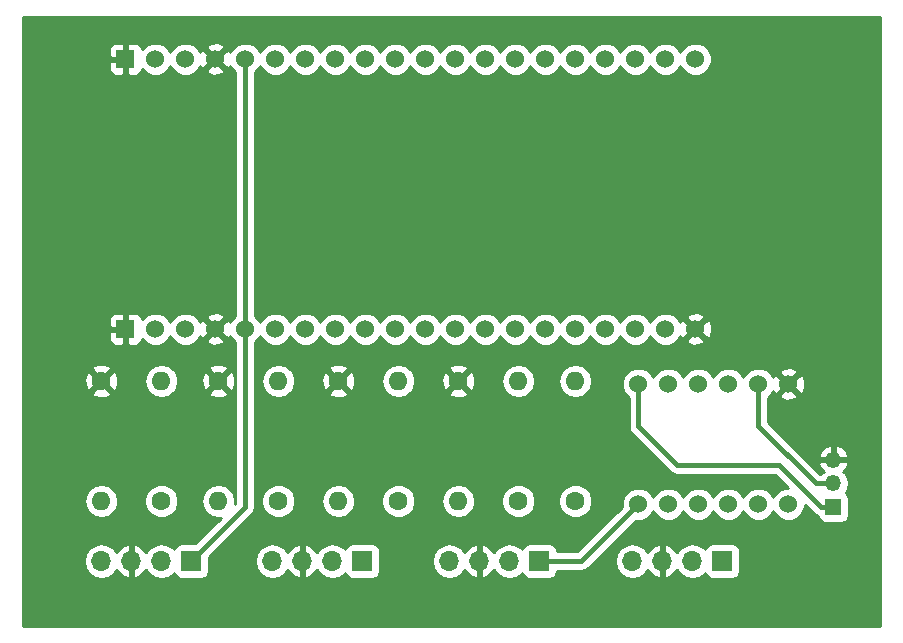
<source format=gbr>
G04 #@! TF.FileFunction,Copper,L2,Bot,Signal*
%FSLAX46Y46*%
G04 Gerber Fmt 4.6, Leading zero omitted, Abs format (unit mm)*
G04 Created by KiCad (PCBNEW 4.0.6) date Tue Sep 12 11:08:01 2017*
%MOMM*%
%LPD*%
G01*
G04 APERTURE LIST*
%ADD10C,0.100000*%
%ADD11R,1.350000X1.350000*%
%ADD12O,1.350000X1.350000*%
%ADD13C,1.600000*%
%ADD14O,1.600000X1.600000*%
%ADD15R,1.700000X1.700000*%
%ADD16O,1.700000X1.700000*%
%ADD17R,1.524000X1.524000*%
%ADD18C,1.524000*%
%ADD19C,0.400000*%
%ADD20C,0.254000*%
G04 APERTURE END LIST*
D10*
D11*
X147320000Y-108204000D03*
D12*
X147320000Y-106204000D03*
X147320000Y-104204000D03*
D13*
X90424000Y-107696000D03*
D14*
X90424000Y-97536000D03*
D13*
X100330000Y-107696000D03*
D14*
X100330000Y-97536000D03*
D13*
X110490000Y-107696000D03*
D14*
X110490000Y-97536000D03*
D13*
X120650000Y-107696000D03*
D14*
X120650000Y-97536000D03*
D13*
X125476000Y-107696000D03*
D14*
X125476000Y-97536000D03*
D13*
X85344000Y-97536000D03*
D14*
X85344000Y-107696000D03*
D13*
X95250000Y-97536000D03*
D14*
X95250000Y-107696000D03*
D13*
X105410000Y-97536000D03*
D14*
X105410000Y-107696000D03*
D13*
X115570000Y-97536000D03*
D14*
X115570000Y-107696000D03*
D15*
X92964000Y-112776000D03*
D16*
X90424000Y-112776000D03*
X87884000Y-112776000D03*
X85344000Y-112776000D03*
D15*
X107442000Y-112776000D03*
D16*
X104902000Y-112776000D03*
X102362000Y-112776000D03*
X99822000Y-112776000D03*
D15*
X122428000Y-112776000D03*
D16*
X119888000Y-112776000D03*
X117348000Y-112776000D03*
X114808000Y-112776000D03*
D15*
X137922000Y-112776000D03*
D16*
X135382000Y-112776000D03*
X132842000Y-112776000D03*
X130302000Y-112776000D03*
D17*
X87370000Y-70270000D03*
D18*
X89910000Y-70270000D03*
X92450000Y-70270000D03*
X94990000Y-70270000D03*
X97530000Y-70270000D03*
X100070000Y-70270000D03*
X102610000Y-70270000D03*
X105150000Y-70270000D03*
X107690000Y-70270000D03*
X110230000Y-70270000D03*
X112770000Y-70270000D03*
X115310000Y-70270000D03*
X117850000Y-70270000D03*
X120390000Y-70270000D03*
X122930000Y-70270000D03*
X125470000Y-70270000D03*
X128010000Y-70270000D03*
X130550000Y-70270000D03*
X133090000Y-70270000D03*
X135630000Y-70270000D03*
X135630000Y-93130000D03*
X133090000Y-93130000D03*
X130550000Y-93130000D03*
X128010000Y-93130000D03*
X125470000Y-93130000D03*
X122930000Y-93130000D03*
X120390000Y-93130000D03*
X117850000Y-93130000D03*
X115310000Y-93130000D03*
X112770000Y-93130000D03*
X110230000Y-93130000D03*
X107690000Y-93130000D03*
X105150000Y-93130000D03*
X102610000Y-93130000D03*
X100070000Y-93130000D03*
X97530000Y-93130000D03*
X94990000Y-93130000D03*
X92450000Y-93130000D03*
X89910000Y-93130000D03*
D17*
X87370000Y-93130000D03*
D18*
X130810000Y-107950000D03*
X133350000Y-107950000D03*
X135890000Y-107950000D03*
X138430000Y-107950000D03*
X140970000Y-107950000D03*
X143510000Y-107950000D03*
X143510000Y-97790000D03*
X140970000Y-97790000D03*
X138430000Y-97790000D03*
X135890000Y-97790000D03*
X133350000Y-97790000D03*
X130810000Y-97790000D03*
D19*
X130810000Y-97790000D02*
X130810000Y-101346000D01*
X146304000Y-108204000D02*
X147320000Y-108204000D01*
X142748000Y-104648000D02*
X146304000Y-108204000D01*
X134112000Y-104648000D02*
X142748000Y-104648000D01*
X130810000Y-101346000D02*
X134112000Y-104648000D01*
X140970000Y-97790000D02*
X140970000Y-101346000D01*
X145828000Y-106204000D02*
X147320000Y-106204000D01*
X140970000Y-101346000D02*
X145828000Y-106204000D01*
X130810000Y-107950000D02*
X125984000Y-112776000D01*
X125984000Y-112776000D02*
X122428000Y-112776000D01*
X97530000Y-70270000D02*
X97530000Y-93130000D01*
X97530000Y-93130000D02*
X97530000Y-108210000D01*
X97530000Y-108210000D02*
X92964000Y-112776000D01*
D20*
G36*
X151290000Y-118290000D02*
X78710000Y-118290000D01*
X78710000Y-112746907D01*
X83859000Y-112746907D01*
X83859000Y-112805093D01*
X83972039Y-113373378D01*
X84293946Y-113855147D01*
X84775715Y-114177054D01*
X85344000Y-114290093D01*
X85912285Y-114177054D01*
X86394054Y-113855147D01*
X86621702Y-113514447D01*
X86688817Y-113657358D01*
X87117076Y-114047645D01*
X87527110Y-114217476D01*
X87757000Y-114096155D01*
X87757000Y-112903000D01*
X87737000Y-112903000D01*
X87737000Y-112649000D01*
X87757000Y-112649000D01*
X87757000Y-111455845D01*
X88011000Y-111455845D01*
X88011000Y-112649000D01*
X88031000Y-112649000D01*
X88031000Y-112903000D01*
X88011000Y-112903000D01*
X88011000Y-114096155D01*
X88240890Y-114217476D01*
X88650924Y-114047645D01*
X89079183Y-113657358D01*
X89146298Y-113514447D01*
X89373946Y-113855147D01*
X89855715Y-114177054D01*
X90424000Y-114290093D01*
X90992285Y-114177054D01*
X91474054Y-113855147D01*
X91501850Y-113813548D01*
X91510838Y-113861317D01*
X91649910Y-114077441D01*
X91862110Y-114222431D01*
X92114000Y-114273440D01*
X93814000Y-114273440D01*
X94049317Y-114229162D01*
X94265441Y-114090090D01*
X94410431Y-113877890D01*
X94461440Y-113626000D01*
X94461440Y-112746907D01*
X98337000Y-112746907D01*
X98337000Y-112805093D01*
X98450039Y-113373378D01*
X98771946Y-113855147D01*
X99253715Y-114177054D01*
X99822000Y-114290093D01*
X100390285Y-114177054D01*
X100872054Y-113855147D01*
X101099702Y-113514447D01*
X101166817Y-113657358D01*
X101595076Y-114047645D01*
X102005110Y-114217476D01*
X102235000Y-114096155D01*
X102235000Y-112903000D01*
X102215000Y-112903000D01*
X102215000Y-112649000D01*
X102235000Y-112649000D01*
X102235000Y-111455845D01*
X102489000Y-111455845D01*
X102489000Y-112649000D01*
X102509000Y-112649000D01*
X102509000Y-112903000D01*
X102489000Y-112903000D01*
X102489000Y-114096155D01*
X102718890Y-114217476D01*
X103128924Y-114047645D01*
X103557183Y-113657358D01*
X103624298Y-113514447D01*
X103851946Y-113855147D01*
X104333715Y-114177054D01*
X104902000Y-114290093D01*
X105470285Y-114177054D01*
X105952054Y-113855147D01*
X105979850Y-113813548D01*
X105988838Y-113861317D01*
X106127910Y-114077441D01*
X106340110Y-114222431D01*
X106592000Y-114273440D01*
X108292000Y-114273440D01*
X108527317Y-114229162D01*
X108743441Y-114090090D01*
X108888431Y-113877890D01*
X108939440Y-113626000D01*
X108939440Y-112746907D01*
X113323000Y-112746907D01*
X113323000Y-112805093D01*
X113436039Y-113373378D01*
X113757946Y-113855147D01*
X114239715Y-114177054D01*
X114808000Y-114290093D01*
X115376285Y-114177054D01*
X115858054Y-113855147D01*
X116085702Y-113514447D01*
X116152817Y-113657358D01*
X116581076Y-114047645D01*
X116991110Y-114217476D01*
X117221000Y-114096155D01*
X117221000Y-112903000D01*
X117201000Y-112903000D01*
X117201000Y-112649000D01*
X117221000Y-112649000D01*
X117221000Y-111455845D01*
X117475000Y-111455845D01*
X117475000Y-112649000D01*
X117495000Y-112649000D01*
X117495000Y-112903000D01*
X117475000Y-112903000D01*
X117475000Y-114096155D01*
X117704890Y-114217476D01*
X118114924Y-114047645D01*
X118543183Y-113657358D01*
X118610298Y-113514447D01*
X118837946Y-113855147D01*
X119319715Y-114177054D01*
X119888000Y-114290093D01*
X120456285Y-114177054D01*
X120938054Y-113855147D01*
X120965850Y-113813548D01*
X120974838Y-113861317D01*
X121113910Y-114077441D01*
X121326110Y-114222431D01*
X121578000Y-114273440D01*
X123278000Y-114273440D01*
X123513317Y-114229162D01*
X123729441Y-114090090D01*
X123874431Y-113877890D01*
X123925440Y-113626000D01*
X123925440Y-113611000D01*
X125984000Y-113611000D01*
X126303541Y-113547439D01*
X126574434Y-113366434D01*
X127193961Y-112746907D01*
X128817000Y-112746907D01*
X128817000Y-112805093D01*
X128930039Y-113373378D01*
X129251946Y-113855147D01*
X129733715Y-114177054D01*
X130302000Y-114290093D01*
X130870285Y-114177054D01*
X131352054Y-113855147D01*
X131579702Y-113514447D01*
X131646817Y-113657358D01*
X132075076Y-114047645D01*
X132485110Y-114217476D01*
X132715000Y-114096155D01*
X132715000Y-112903000D01*
X132695000Y-112903000D01*
X132695000Y-112649000D01*
X132715000Y-112649000D01*
X132715000Y-111455845D01*
X132969000Y-111455845D01*
X132969000Y-112649000D01*
X132989000Y-112649000D01*
X132989000Y-112903000D01*
X132969000Y-112903000D01*
X132969000Y-114096155D01*
X133198890Y-114217476D01*
X133608924Y-114047645D01*
X134037183Y-113657358D01*
X134104298Y-113514447D01*
X134331946Y-113855147D01*
X134813715Y-114177054D01*
X135382000Y-114290093D01*
X135950285Y-114177054D01*
X136432054Y-113855147D01*
X136459850Y-113813548D01*
X136468838Y-113861317D01*
X136607910Y-114077441D01*
X136820110Y-114222431D01*
X137072000Y-114273440D01*
X138772000Y-114273440D01*
X139007317Y-114229162D01*
X139223441Y-114090090D01*
X139368431Y-113877890D01*
X139419440Y-113626000D01*
X139419440Y-111926000D01*
X139375162Y-111690683D01*
X139236090Y-111474559D01*
X139023890Y-111329569D01*
X138772000Y-111278560D01*
X137072000Y-111278560D01*
X136836683Y-111322838D01*
X136620559Y-111461910D01*
X136475569Y-111674110D01*
X136461914Y-111741541D01*
X136432054Y-111696853D01*
X135950285Y-111374946D01*
X135382000Y-111261907D01*
X134813715Y-111374946D01*
X134331946Y-111696853D01*
X134104298Y-112037553D01*
X134037183Y-111894642D01*
X133608924Y-111504355D01*
X133198890Y-111334524D01*
X132969000Y-111455845D01*
X132715000Y-111455845D01*
X132485110Y-111334524D01*
X132075076Y-111504355D01*
X131646817Y-111894642D01*
X131579702Y-112037553D01*
X131352054Y-111696853D01*
X130870285Y-111374946D01*
X130302000Y-111261907D01*
X129733715Y-111374946D01*
X129251946Y-111696853D01*
X128930039Y-112178622D01*
X128817000Y-112746907D01*
X127193961Y-112746907D01*
X130594056Y-109346812D01*
X131086661Y-109347242D01*
X131600303Y-109135010D01*
X131993629Y-108742370D01*
X132079949Y-108534488D01*
X132164990Y-108740303D01*
X132557630Y-109133629D01*
X133070900Y-109346757D01*
X133626661Y-109347242D01*
X134140303Y-109135010D01*
X134533629Y-108742370D01*
X134619949Y-108534488D01*
X134704990Y-108740303D01*
X135097630Y-109133629D01*
X135610900Y-109346757D01*
X136166661Y-109347242D01*
X136680303Y-109135010D01*
X137073629Y-108742370D01*
X137159949Y-108534488D01*
X137244990Y-108740303D01*
X137637630Y-109133629D01*
X138150900Y-109346757D01*
X138706661Y-109347242D01*
X139220303Y-109135010D01*
X139613629Y-108742370D01*
X139699949Y-108534488D01*
X139784990Y-108740303D01*
X140177630Y-109133629D01*
X140690900Y-109346757D01*
X141246661Y-109347242D01*
X141760303Y-109135010D01*
X142153629Y-108742370D01*
X142239949Y-108534488D01*
X142324990Y-108740303D01*
X142717630Y-109133629D01*
X143230900Y-109346757D01*
X143786661Y-109347242D01*
X144300303Y-109135010D01*
X144693629Y-108742370D01*
X144906757Y-108229100D01*
X144906968Y-107987836D01*
X145713566Y-108794434D01*
X145984459Y-108975439D01*
X146016921Y-108981896D01*
X146041838Y-109114317D01*
X146180910Y-109330441D01*
X146393110Y-109475431D01*
X146645000Y-109526440D01*
X147995000Y-109526440D01*
X148230317Y-109482162D01*
X148446441Y-109343090D01*
X148591431Y-109130890D01*
X148642440Y-108879000D01*
X148642440Y-107529000D01*
X148598162Y-107293683D01*
X148459090Y-107077559D01*
X148354823Y-107006317D01*
X148555946Y-106705315D01*
X148655664Y-106204000D01*
X148555946Y-105702685D01*
X148271974Y-105277690D01*
X148154314Y-105199072D01*
X148449478Y-104867633D01*
X148587910Y-104533400D01*
X148464224Y-104331000D01*
X147447000Y-104331000D01*
X147447000Y-104351000D01*
X147193000Y-104351000D01*
X147193000Y-104331000D01*
X146175776Y-104331000D01*
X146052090Y-104533400D01*
X146190522Y-104867633D01*
X146485686Y-105199072D01*
X146368026Y-105277690D01*
X146307015Y-105369000D01*
X146173869Y-105369000D01*
X144679469Y-103874600D01*
X146052090Y-103874600D01*
X146175776Y-104077000D01*
X147193000Y-104077000D01*
X147193000Y-103058910D01*
X147447000Y-103058910D01*
X147447000Y-104077000D01*
X148464224Y-104077000D01*
X148587910Y-103874600D01*
X148449478Y-103540367D01*
X148109540Y-103158651D01*
X147649402Y-102936080D01*
X147447000Y-103058910D01*
X147193000Y-103058910D01*
X146990598Y-102936080D01*
X146530460Y-103158651D01*
X146190522Y-103540367D01*
X146052090Y-103874600D01*
X144679469Y-103874600D01*
X141805000Y-101000132D01*
X141805000Y-98930391D01*
X141965457Y-98770213D01*
X142709392Y-98770213D01*
X142778857Y-99012397D01*
X143302302Y-99199144D01*
X143857368Y-99171362D01*
X144241143Y-99012397D01*
X144310608Y-98770213D01*
X143510000Y-97969605D01*
X142709392Y-98770213D01*
X141965457Y-98770213D01*
X142153629Y-98582370D01*
X142233395Y-98390273D01*
X142287603Y-98521143D01*
X142529787Y-98590608D01*
X143330395Y-97790000D01*
X143689605Y-97790000D01*
X144490213Y-98590608D01*
X144732397Y-98521143D01*
X144919144Y-97997698D01*
X144891362Y-97442632D01*
X144732397Y-97058857D01*
X144490213Y-96989392D01*
X143689605Y-97790000D01*
X143330395Y-97790000D01*
X142529787Y-96989392D01*
X142287603Y-97058857D01*
X142237491Y-97199318D01*
X142155010Y-96999697D01*
X141965432Y-96809787D01*
X142709392Y-96809787D01*
X143510000Y-97610395D01*
X144310608Y-96809787D01*
X144241143Y-96567603D01*
X143717698Y-96380856D01*
X143162632Y-96408638D01*
X142778857Y-96567603D01*
X142709392Y-96809787D01*
X141965432Y-96809787D01*
X141762370Y-96606371D01*
X141249100Y-96393243D01*
X140693339Y-96392758D01*
X140179697Y-96604990D01*
X139786371Y-96997630D01*
X139700051Y-97205512D01*
X139615010Y-96999697D01*
X139222370Y-96606371D01*
X138709100Y-96393243D01*
X138153339Y-96392758D01*
X137639697Y-96604990D01*
X137246371Y-96997630D01*
X137160051Y-97205512D01*
X137075010Y-96999697D01*
X136682370Y-96606371D01*
X136169100Y-96393243D01*
X135613339Y-96392758D01*
X135099697Y-96604990D01*
X134706371Y-96997630D01*
X134620051Y-97205512D01*
X134535010Y-96999697D01*
X134142370Y-96606371D01*
X133629100Y-96393243D01*
X133073339Y-96392758D01*
X132559697Y-96604990D01*
X132166371Y-96997630D01*
X132080051Y-97205512D01*
X131995010Y-96999697D01*
X131602370Y-96606371D01*
X131089100Y-96393243D01*
X130533339Y-96392758D01*
X130019697Y-96604990D01*
X129626371Y-96997630D01*
X129413243Y-97510900D01*
X129412758Y-98066661D01*
X129624990Y-98580303D01*
X129975000Y-98930925D01*
X129975000Y-101346000D01*
X130038561Y-101665541D01*
X130219566Y-101936434D01*
X133521566Y-105238434D01*
X133792459Y-105419439D01*
X134112000Y-105483000D01*
X142402132Y-105483000D01*
X143472098Y-106552966D01*
X143233339Y-106552758D01*
X142719697Y-106764990D01*
X142326371Y-107157630D01*
X142240051Y-107365512D01*
X142155010Y-107159697D01*
X141762370Y-106766371D01*
X141249100Y-106553243D01*
X140693339Y-106552758D01*
X140179697Y-106764990D01*
X139786371Y-107157630D01*
X139700051Y-107365512D01*
X139615010Y-107159697D01*
X139222370Y-106766371D01*
X138709100Y-106553243D01*
X138153339Y-106552758D01*
X137639697Y-106764990D01*
X137246371Y-107157630D01*
X137160051Y-107365512D01*
X137075010Y-107159697D01*
X136682370Y-106766371D01*
X136169100Y-106553243D01*
X135613339Y-106552758D01*
X135099697Y-106764990D01*
X134706371Y-107157630D01*
X134620051Y-107365512D01*
X134535010Y-107159697D01*
X134142370Y-106766371D01*
X133629100Y-106553243D01*
X133073339Y-106552758D01*
X132559697Y-106764990D01*
X132166371Y-107157630D01*
X132080051Y-107365512D01*
X131995010Y-107159697D01*
X131602370Y-106766371D01*
X131089100Y-106553243D01*
X130533339Y-106552758D01*
X130019697Y-106764990D01*
X129626371Y-107157630D01*
X129413243Y-107670900D01*
X129412811Y-108166321D01*
X125638132Y-111941000D01*
X123925440Y-111941000D01*
X123925440Y-111926000D01*
X123881162Y-111690683D01*
X123742090Y-111474559D01*
X123529890Y-111329569D01*
X123278000Y-111278560D01*
X121578000Y-111278560D01*
X121342683Y-111322838D01*
X121126559Y-111461910D01*
X120981569Y-111674110D01*
X120967914Y-111741541D01*
X120938054Y-111696853D01*
X120456285Y-111374946D01*
X119888000Y-111261907D01*
X119319715Y-111374946D01*
X118837946Y-111696853D01*
X118610298Y-112037553D01*
X118543183Y-111894642D01*
X118114924Y-111504355D01*
X117704890Y-111334524D01*
X117475000Y-111455845D01*
X117221000Y-111455845D01*
X116991110Y-111334524D01*
X116581076Y-111504355D01*
X116152817Y-111894642D01*
X116085702Y-112037553D01*
X115858054Y-111696853D01*
X115376285Y-111374946D01*
X114808000Y-111261907D01*
X114239715Y-111374946D01*
X113757946Y-111696853D01*
X113436039Y-112178622D01*
X113323000Y-112746907D01*
X108939440Y-112746907D01*
X108939440Y-111926000D01*
X108895162Y-111690683D01*
X108756090Y-111474559D01*
X108543890Y-111329569D01*
X108292000Y-111278560D01*
X106592000Y-111278560D01*
X106356683Y-111322838D01*
X106140559Y-111461910D01*
X105995569Y-111674110D01*
X105981914Y-111741541D01*
X105952054Y-111696853D01*
X105470285Y-111374946D01*
X104902000Y-111261907D01*
X104333715Y-111374946D01*
X103851946Y-111696853D01*
X103624298Y-112037553D01*
X103557183Y-111894642D01*
X103128924Y-111504355D01*
X102718890Y-111334524D01*
X102489000Y-111455845D01*
X102235000Y-111455845D01*
X102005110Y-111334524D01*
X101595076Y-111504355D01*
X101166817Y-111894642D01*
X101099702Y-112037553D01*
X100872054Y-111696853D01*
X100390285Y-111374946D01*
X99822000Y-111261907D01*
X99253715Y-111374946D01*
X98771946Y-111696853D01*
X98450039Y-112178622D01*
X98337000Y-112746907D01*
X94461440Y-112746907D01*
X94461440Y-112459428D01*
X98120434Y-108800434D01*
X98161609Y-108738811D01*
X98301439Y-108529541D01*
X98365000Y-108210000D01*
X98365000Y-107980187D01*
X98894752Y-107980187D01*
X99112757Y-108507800D01*
X99516077Y-108911824D01*
X100043309Y-109130750D01*
X100614187Y-109131248D01*
X101141800Y-108913243D01*
X101545824Y-108509923D01*
X101764750Y-107982691D01*
X101765024Y-107667887D01*
X103975000Y-107667887D01*
X103975000Y-107724113D01*
X104084233Y-108273264D01*
X104395302Y-108738811D01*
X104860849Y-109049880D01*
X105410000Y-109159113D01*
X105959151Y-109049880D01*
X106424698Y-108738811D01*
X106735767Y-108273264D01*
X106794063Y-107980187D01*
X109054752Y-107980187D01*
X109272757Y-108507800D01*
X109676077Y-108911824D01*
X110203309Y-109130750D01*
X110774187Y-109131248D01*
X111301800Y-108913243D01*
X111705824Y-108509923D01*
X111924750Y-107982691D01*
X111925024Y-107667887D01*
X114135000Y-107667887D01*
X114135000Y-107724113D01*
X114244233Y-108273264D01*
X114555302Y-108738811D01*
X115020849Y-109049880D01*
X115570000Y-109159113D01*
X116119151Y-109049880D01*
X116584698Y-108738811D01*
X116895767Y-108273264D01*
X116954063Y-107980187D01*
X119214752Y-107980187D01*
X119432757Y-108507800D01*
X119836077Y-108911824D01*
X120363309Y-109130750D01*
X120934187Y-109131248D01*
X121461800Y-108913243D01*
X121865824Y-108509923D01*
X122084750Y-107982691D01*
X122084752Y-107980187D01*
X124040752Y-107980187D01*
X124258757Y-108507800D01*
X124662077Y-108911824D01*
X125189309Y-109130750D01*
X125760187Y-109131248D01*
X126287800Y-108913243D01*
X126691824Y-108509923D01*
X126910750Y-107982691D01*
X126911248Y-107411813D01*
X126693243Y-106884200D01*
X126289923Y-106480176D01*
X125762691Y-106261250D01*
X125191813Y-106260752D01*
X124664200Y-106478757D01*
X124260176Y-106882077D01*
X124041250Y-107409309D01*
X124040752Y-107980187D01*
X122084752Y-107980187D01*
X122085248Y-107411813D01*
X121867243Y-106884200D01*
X121463923Y-106480176D01*
X120936691Y-106261250D01*
X120365813Y-106260752D01*
X119838200Y-106478757D01*
X119434176Y-106882077D01*
X119215250Y-107409309D01*
X119214752Y-107980187D01*
X116954063Y-107980187D01*
X117005000Y-107724113D01*
X117005000Y-107667887D01*
X116895767Y-107118736D01*
X116584698Y-106653189D01*
X116119151Y-106342120D01*
X115570000Y-106232887D01*
X115020849Y-106342120D01*
X114555302Y-106653189D01*
X114244233Y-107118736D01*
X114135000Y-107667887D01*
X111925024Y-107667887D01*
X111925248Y-107411813D01*
X111707243Y-106884200D01*
X111303923Y-106480176D01*
X110776691Y-106261250D01*
X110205813Y-106260752D01*
X109678200Y-106478757D01*
X109274176Y-106882077D01*
X109055250Y-107409309D01*
X109054752Y-107980187D01*
X106794063Y-107980187D01*
X106845000Y-107724113D01*
X106845000Y-107667887D01*
X106735767Y-107118736D01*
X106424698Y-106653189D01*
X105959151Y-106342120D01*
X105410000Y-106232887D01*
X104860849Y-106342120D01*
X104395302Y-106653189D01*
X104084233Y-107118736D01*
X103975000Y-107667887D01*
X101765024Y-107667887D01*
X101765248Y-107411813D01*
X101547243Y-106884200D01*
X101143923Y-106480176D01*
X100616691Y-106261250D01*
X100045813Y-106260752D01*
X99518200Y-106478757D01*
X99114176Y-106882077D01*
X98895250Y-107409309D01*
X98894752Y-107980187D01*
X98365000Y-107980187D01*
X98365000Y-97507887D01*
X98895000Y-97507887D01*
X98895000Y-97564113D01*
X99004233Y-98113264D01*
X99315302Y-98578811D01*
X99780849Y-98889880D01*
X100330000Y-98999113D01*
X100879151Y-98889880D01*
X101344698Y-98578811D01*
X101368128Y-98543745D01*
X104581861Y-98543745D01*
X104655995Y-98789864D01*
X105193223Y-98982965D01*
X105763454Y-98955778D01*
X106164005Y-98789864D01*
X106238139Y-98543745D01*
X105410000Y-97715605D01*
X104581861Y-98543745D01*
X101368128Y-98543745D01*
X101655767Y-98113264D01*
X101765000Y-97564113D01*
X101765000Y-97507887D01*
X101727473Y-97319223D01*
X103963035Y-97319223D01*
X103990222Y-97889454D01*
X104156136Y-98290005D01*
X104402255Y-98364139D01*
X105230395Y-97536000D01*
X105589605Y-97536000D01*
X106417745Y-98364139D01*
X106663864Y-98290005D01*
X106856965Y-97752777D01*
X106845290Y-97507887D01*
X109055000Y-97507887D01*
X109055000Y-97564113D01*
X109164233Y-98113264D01*
X109475302Y-98578811D01*
X109940849Y-98889880D01*
X110490000Y-98999113D01*
X111039151Y-98889880D01*
X111504698Y-98578811D01*
X111528128Y-98543745D01*
X114741861Y-98543745D01*
X114815995Y-98789864D01*
X115353223Y-98982965D01*
X115923454Y-98955778D01*
X116324005Y-98789864D01*
X116398139Y-98543745D01*
X115570000Y-97715605D01*
X114741861Y-98543745D01*
X111528128Y-98543745D01*
X111815767Y-98113264D01*
X111925000Y-97564113D01*
X111925000Y-97507887D01*
X111887473Y-97319223D01*
X114123035Y-97319223D01*
X114150222Y-97889454D01*
X114316136Y-98290005D01*
X114562255Y-98364139D01*
X115390395Y-97536000D01*
X115749605Y-97536000D01*
X116577745Y-98364139D01*
X116823864Y-98290005D01*
X117016965Y-97752777D01*
X117005290Y-97507887D01*
X119215000Y-97507887D01*
X119215000Y-97564113D01*
X119324233Y-98113264D01*
X119635302Y-98578811D01*
X120100849Y-98889880D01*
X120650000Y-98999113D01*
X121199151Y-98889880D01*
X121664698Y-98578811D01*
X121975767Y-98113264D01*
X122085000Y-97564113D01*
X122085000Y-97507887D01*
X124041000Y-97507887D01*
X124041000Y-97564113D01*
X124150233Y-98113264D01*
X124461302Y-98578811D01*
X124926849Y-98889880D01*
X125476000Y-98999113D01*
X126025151Y-98889880D01*
X126490698Y-98578811D01*
X126801767Y-98113264D01*
X126911000Y-97564113D01*
X126911000Y-97507887D01*
X126801767Y-96958736D01*
X126490698Y-96493189D01*
X126025151Y-96182120D01*
X125476000Y-96072887D01*
X124926849Y-96182120D01*
X124461302Y-96493189D01*
X124150233Y-96958736D01*
X124041000Y-97507887D01*
X122085000Y-97507887D01*
X121975767Y-96958736D01*
X121664698Y-96493189D01*
X121199151Y-96182120D01*
X120650000Y-96072887D01*
X120100849Y-96182120D01*
X119635302Y-96493189D01*
X119324233Y-96958736D01*
X119215000Y-97507887D01*
X117005290Y-97507887D01*
X116989778Y-97182546D01*
X116823864Y-96781995D01*
X116577745Y-96707861D01*
X115749605Y-97536000D01*
X115390395Y-97536000D01*
X114562255Y-96707861D01*
X114316136Y-96781995D01*
X114123035Y-97319223D01*
X111887473Y-97319223D01*
X111815767Y-96958736D01*
X111528129Y-96528255D01*
X114741861Y-96528255D01*
X115570000Y-97356395D01*
X116398139Y-96528255D01*
X116324005Y-96282136D01*
X115786777Y-96089035D01*
X115216546Y-96116222D01*
X114815995Y-96282136D01*
X114741861Y-96528255D01*
X111528129Y-96528255D01*
X111504698Y-96493189D01*
X111039151Y-96182120D01*
X110490000Y-96072887D01*
X109940849Y-96182120D01*
X109475302Y-96493189D01*
X109164233Y-96958736D01*
X109055000Y-97507887D01*
X106845290Y-97507887D01*
X106829778Y-97182546D01*
X106663864Y-96781995D01*
X106417745Y-96707861D01*
X105589605Y-97536000D01*
X105230395Y-97536000D01*
X104402255Y-96707861D01*
X104156136Y-96781995D01*
X103963035Y-97319223D01*
X101727473Y-97319223D01*
X101655767Y-96958736D01*
X101368129Y-96528255D01*
X104581861Y-96528255D01*
X105410000Y-97356395D01*
X106238139Y-96528255D01*
X106164005Y-96282136D01*
X105626777Y-96089035D01*
X105056546Y-96116222D01*
X104655995Y-96282136D01*
X104581861Y-96528255D01*
X101368129Y-96528255D01*
X101344698Y-96493189D01*
X100879151Y-96182120D01*
X100330000Y-96072887D01*
X99780849Y-96182120D01*
X99315302Y-96493189D01*
X99004233Y-96958736D01*
X98895000Y-97507887D01*
X98365000Y-97507887D01*
X98365000Y-94270391D01*
X98713629Y-93922370D01*
X98799949Y-93714488D01*
X98884990Y-93920303D01*
X99277630Y-94313629D01*
X99790900Y-94526757D01*
X100346661Y-94527242D01*
X100860303Y-94315010D01*
X101253629Y-93922370D01*
X101339949Y-93714488D01*
X101424990Y-93920303D01*
X101817630Y-94313629D01*
X102330900Y-94526757D01*
X102886661Y-94527242D01*
X103400303Y-94315010D01*
X103793629Y-93922370D01*
X103879949Y-93714488D01*
X103964990Y-93920303D01*
X104357630Y-94313629D01*
X104870900Y-94526757D01*
X105426661Y-94527242D01*
X105940303Y-94315010D01*
X106333629Y-93922370D01*
X106419949Y-93714488D01*
X106504990Y-93920303D01*
X106897630Y-94313629D01*
X107410900Y-94526757D01*
X107966661Y-94527242D01*
X108480303Y-94315010D01*
X108873629Y-93922370D01*
X108959949Y-93714488D01*
X109044990Y-93920303D01*
X109437630Y-94313629D01*
X109950900Y-94526757D01*
X110506661Y-94527242D01*
X111020303Y-94315010D01*
X111413629Y-93922370D01*
X111499949Y-93714488D01*
X111584990Y-93920303D01*
X111977630Y-94313629D01*
X112490900Y-94526757D01*
X113046661Y-94527242D01*
X113560303Y-94315010D01*
X113953629Y-93922370D01*
X114039949Y-93714488D01*
X114124990Y-93920303D01*
X114517630Y-94313629D01*
X115030900Y-94526757D01*
X115586661Y-94527242D01*
X116100303Y-94315010D01*
X116493629Y-93922370D01*
X116579949Y-93714488D01*
X116664990Y-93920303D01*
X117057630Y-94313629D01*
X117570900Y-94526757D01*
X118126661Y-94527242D01*
X118640303Y-94315010D01*
X119033629Y-93922370D01*
X119119949Y-93714488D01*
X119204990Y-93920303D01*
X119597630Y-94313629D01*
X120110900Y-94526757D01*
X120666661Y-94527242D01*
X121180303Y-94315010D01*
X121573629Y-93922370D01*
X121659949Y-93714488D01*
X121744990Y-93920303D01*
X122137630Y-94313629D01*
X122650900Y-94526757D01*
X123206661Y-94527242D01*
X123720303Y-94315010D01*
X124113629Y-93922370D01*
X124199949Y-93714488D01*
X124284990Y-93920303D01*
X124677630Y-94313629D01*
X125190900Y-94526757D01*
X125746661Y-94527242D01*
X126260303Y-94315010D01*
X126653629Y-93922370D01*
X126739949Y-93714488D01*
X126824990Y-93920303D01*
X127217630Y-94313629D01*
X127730900Y-94526757D01*
X128286661Y-94527242D01*
X128800303Y-94315010D01*
X129193629Y-93922370D01*
X129279949Y-93714488D01*
X129364990Y-93920303D01*
X129757630Y-94313629D01*
X130270900Y-94526757D01*
X130826661Y-94527242D01*
X131340303Y-94315010D01*
X131733629Y-93922370D01*
X131819949Y-93714488D01*
X131904990Y-93920303D01*
X132297630Y-94313629D01*
X132810900Y-94526757D01*
X133366661Y-94527242D01*
X133880303Y-94315010D01*
X134085457Y-94110213D01*
X134829392Y-94110213D01*
X134898857Y-94352397D01*
X135422302Y-94539144D01*
X135977368Y-94511362D01*
X136361143Y-94352397D01*
X136430608Y-94110213D01*
X135630000Y-93309605D01*
X134829392Y-94110213D01*
X134085457Y-94110213D01*
X134273629Y-93922370D01*
X134353395Y-93730273D01*
X134407603Y-93861143D01*
X134649787Y-93930608D01*
X135450395Y-93130000D01*
X135809605Y-93130000D01*
X136610213Y-93930608D01*
X136852397Y-93861143D01*
X137039144Y-93337698D01*
X137011362Y-92782632D01*
X136852397Y-92398857D01*
X136610213Y-92329392D01*
X135809605Y-93130000D01*
X135450395Y-93130000D01*
X134649787Y-92329392D01*
X134407603Y-92398857D01*
X134357491Y-92539318D01*
X134275010Y-92339697D01*
X134085432Y-92149787D01*
X134829392Y-92149787D01*
X135630000Y-92950395D01*
X136430608Y-92149787D01*
X136361143Y-91907603D01*
X135837698Y-91720856D01*
X135282632Y-91748638D01*
X134898857Y-91907603D01*
X134829392Y-92149787D01*
X134085432Y-92149787D01*
X133882370Y-91946371D01*
X133369100Y-91733243D01*
X132813339Y-91732758D01*
X132299697Y-91944990D01*
X131906371Y-92337630D01*
X131820051Y-92545512D01*
X131735010Y-92339697D01*
X131342370Y-91946371D01*
X130829100Y-91733243D01*
X130273339Y-91732758D01*
X129759697Y-91944990D01*
X129366371Y-92337630D01*
X129280051Y-92545512D01*
X129195010Y-92339697D01*
X128802370Y-91946371D01*
X128289100Y-91733243D01*
X127733339Y-91732758D01*
X127219697Y-91944990D01*
X126826371Y-92337630D01*
X126740051Y-92545512D01*
X126655010Y-92339697D01*
X126262370Y-91946371D01*
X125749100Y-91733243D01*
X125193339Y-91732758D01*
X124679697Y-91944990D01*
X124286371Y-92337630D01*
X124200051Y-92545512D01*
X124115010Y-92339697D01*
X123722370Y-91946371D01*
X123209100Y-91733243D01*
X122653339Y-91732758D01*
X122139697Y-91944990D01*
X121746371Y-92337630D01*
X121660051Y-92545512D01*
X121575010Y-92339697D01*
X121182370Y-91946371D01*
X120669100Y-91733243D01*
X120113339Y-91732758D01*
X119599697Y-91944990D01*
X119206371Y-92337630D01*
X119120051Y-92545512D01*
X119035010Y-92339697D01*
X118642370Y-91946371D01*
X118129100Y-91733243D01*
X117573339Y-91732758D01*
X117059697Y-91944990D01*
X116666371Y-92337630D01*
X116580051Y-92545512D01*
X116495010Y-92339697D01*
X116102370Y-91946371D01*
X115589100Y-91733243D01*
X115033339Y-91732758D01*
X114519697Y-91944990D01*
X114126371Y-92337630D01*
X114040051Y-92545512D01*
X113955010Y-92339697D01*
X113562370Y-91946371D01*
X113049100Y-91733243D01*
X112493339Y-91732758D01*
X111979697Y-91944990D01*
X111586371Y-92337630D01*
X111500051Y-92545512D01*
X111415010Y-92339697D01*
X111022370Y-91946371D01*
X110509100Y-91733243D01*
X109953339Y-91732758D01*
X109439697Y-91944990D01*
X109046371Y-92337630D01*
X108960051Y-92545512D01*
X108875010Y-92339697D01*
X108482370Y-91946371D01*
X107969100Y-91733243D01*
X107413339Y-91732758D01*
X106899697Y-91944990D01*
X106506371Y-92337630D01*
X106420051Y-92545512D01*
X106335010Y-92339697D01*
X105942370Y-91946371D01*
X105429100Y-91733243D01*
X104873339Y-91732758D01*
X104359697Y-91944990D01*
X103966371Y-92337630D01*
X103880051Y-92545512D01*
X103795010Y-92339697D01*
X103402370Y-91946371D01*
X102889100Y-91733243D01*
X102333339Y-91732758D01*
X101819697Y-91944990D01*
X101426371Y-92337630D01*
X101340051Y-92545512D01*
X101255010Y-92339697D01*
X100862370Y-91946371D01*
X100349100Y-91733243D01*
X99793339Y-91732758D01*
X99279697Y-91944990D01*
X98886371Y-92337630D01*
X98800051Y-92545512D01*
X98715010Y-92339697D01*
X98365000Y-91989075D01*
X98365000Y-71410391D01*
X98713629Y-71062370D01*
X98799949Y-70854488D01*
X98884990Y-71060303D01*
X99277630Y-71453629D01*
X99790900Y-71666757D01*
X100346661Y-71667242D01*
X100860303Y-71455010D01*
X101253629Y-71062370D01*
X101339949Y-70854488D01*
X101424990Y-71060303D01*
X101817630Y-71453629D01*
X102330900Y-71666757D01*
X102886661Y-71667242D01*
X103400303Y-71455010D01*
X103793629Y-71062370D01*
X103879949Y-70854488D01*
X103964990Y-71060303D01*
X104357630Y-71453629D01*
X104870900Y-71666757D01*
X105426661Y-71667242D01*
X105940303Y-71455010D01*
X106333629Y-71062370D01*
X106419949Y-70854488D01*
X106504990Y-71060303D01*
X106897630Y-71453629D01*
X107410900Y-71666757D01*
X107966661Y-71667242D01*
X108480303Y-71455010D01*
X108873629Y-71062370D01*
X108959949Y-70854488D01*
X109044990Y-71060303D01*
X109437630Y-71453629D01*
X109950900Y-71666757D01*
X110506661Y-71667242D01*
X111020303Y-71455010D01*
X111413629Y-71062370D01*
X111499949Y-70854488D01*
X111584990Y-71060303D01*
X111977630Y-71453629D01*
X112490900Y-71666757D01*
X113046661Y-71667242D01*
X113560303Y-71455010D01*
X113953629Y-71062370D01*
X114039949Y-70854488D01*
X114124990Y-71060303D01*
X114517630Y-71453629D01*
X115030900Y-71666757D01*
X115586661Y-71667242D01*
X116100303Y-71455010D01*
X116493629Y-71062370D01*
X116579949Y-70854488D01*
X116664990Y-71060303D01*
X117057630Y-71453629D01*
X117570900Y-71666757D01*
X118126661Y-71667242D01*
X118640303Y-71455010D01*
X119033629Y-71062370D01*
X119119949Y-70854488D01*
X119204990Y-71060303D01*
X119597630Y-71453629D01*
X120110900Y-71666757D01*
X120666661Y-71667242D01*
X121180303Y-71455010D01*
X121573629Y-71062370D01*
X121659949Y-70854488D01*
X121744990Y-71060303D01*
X122137630Y-71453629D01*
X122650900Y-71666757D01*
X123206661Y-71667242D01*
X123720303Y-71455010D01*
X124113629Y-71062370D01*
X124199949Y-70854488D01*
X124284990Y-71060303D01*
X124677630Y-71453629D01*
X125190900Y-71666757D01*
X125746661Y-71667242D01*
X126260303Y-71455010D01*
X126653629Y-71062370D01*
X126739949Y-70854488D01*
X126824990Y-71060303D01*
X127217630Y-71453629D01*
X127730900Y-71666757D01*
X128286661Y-71667242D01*
X128800303Y-71455010D01*
X129193629Y-71062370D01*
X129279949Y-70854488D01*
X129364990Y-71060303D01*
X129757630Y-71453629D01*
X130270900Y-71666757D01*
X130826661Y-71667242D01*
X131340303Y-71455010D01*
X131733629Y-71062370D01*
X131819949Y-70854488D01*
X131904990Y-71060303D01*
X132297630Y-71453629D01*
X132810900Y-71666757D01*
X133366661Y-71667242D01*
X133880303Y-71455010D01*
X134273629Y-71062370D01*
X134359949Y-70854488D01*
X134444990Y-71060303D01*
X134837630Y-71453629D01*
X135350900Y-71666757D01*
X135906661Y-71667242D01*
X136420303Y-71455010D01*
X136813629Y-71062370D01*
X137026757Y-70549100D01*
X137027242Y-69993339D01*
X136815010Y-69479697D01*
X136422370Y-69086371D01*
X135909100Y-68873243D01*
X135353339Y-68872758D01*
X134839697Y-69084990D01*
X134446371Y-69477630D01*
X134360051Y-69685512D01*
X134275010Y-69479697D01*
X133882370Y-69086371D01*
X133369100Y-68873243D01*
X132813339Y-68872758D01*
X132299697Y-69084990D01*
X131906371Y-69477630D01*
X131820051Y-69685512D01*
X131735010Y-69479697D01*
X131342370Y-69086371D01*
X130829100Y-68873243D01*
X130273339Y-68872758D01*
X129759697Y-69084990D01*
X129366371Y-69477630D01*
X129280051Y-69685512D01*
X129195010Y-69479697D01*
X128802370Y-69086371D01*
X128289100Y-68873243D01*
X127733339Y-68872758D01*
X127219697Y-69084990D01*
X126826371Y-69477630D01*
X126740051Y-69685512D01*
X126655010Y-69479697D01*
X126262370Y-69086371D01*
X125749100Y-68873243D01*
X125193339Y-68872758D01*
X124679697Y-69084990D01*
X124286371Y-69477630D01*
X124200051Y-69685512D01*
X124115010Y-69479697D01*
X123722370Y-69086371D01*
X123209100Y-68873243D01*
X122653339Y-68872758D01*
X122139697Y-69084990D01*
X121746371Y-69477630D01*
X121660051Y-69685512D01*
X121575010Y-69479697D01*
X121182370Y-69086371D01*
X120669100Y-68873243D01*
X120113339Y-68872758D01*
X119599697Y-69084990D01*
X119206371Y-69477630D01*
X119120051Y-69685512D01*
X119035010Y-69479697D01*
X118642370Y-69086371D01*
X118129100Y-68873243D01*
X117573339Y-68872758D01*
X117059697Y-69084990D01*
X116666371Y-69477630D01*
X116580051Y-69685512D01*
X116495010Y-69479697D01*
X116102370Y-69086371D01*
X115589100Y-68873243D01*
X115033339Y-68872758D01*
X114519697Y-69084990D01*
X114126371Y-69477630D01*
X114040051Y-69685512D01*
X113955010Y-69479697D01*
X113562370Y-69086371D01*
X113049100Y-68873243D01*
X112493339Y-68872758D01*
X111979697Y-69084990D01*
X111586371Y-69477630D01*
X111500051Y-69685512D01*
X111415010Y-69479697D01*
X111022370Y-69086371D01*
X110509100Y-68873243D01*
X109953339Y-68872758D01*
X109439697Y-69084990D01*
X109046371Y-69477630D01*
X108960051Y-69685512D01*
X108875010Y-69479697D01*
X108482370Y-69086371D01*
X107969100Y-68873243D01*
X107413339Y-68872758D01*
X106899697Y-69084990D01*
X106506371Y-69477630D01*
X106420051Y-69685512D01*
X106335010Y-69479697D01*
X105942370Y-69086371D01*
X105429100Y-68873243D01*
X104873339Y-68872758D01*
X104359697Y-69084990D01*
X103966371Y-69477630D01*
X103880051Y-69685512D01*
X103795010Y-69479697D01*
X103402370Y-69086371D01*
X102889100Y-68873243D01*
X102333339Y-68872758D01*
X101819697Y-69084990D01*
X101426371Y-69477630D01*
X101340051Y-69685512D01*
X101255010Y-69479697D01*
X100862370Y-69086371D01*
X100349100Y-68873243D01*
X99793339Y-68872758D01*
X99279697Y-69084990D01*
X98886371Y-69477630D01*
X98800051Y-69685512D01*
X98715010Y-69479697D01*
X98322370Y-69086371D01*
X97809100Y-68873243D01*
X97253339Y-68872758D01*
X96739697Y-69084990D01*
X96346371Y-69477630D01*
X96266605Y-69669727D01*
X96212397Y-69538857D01*
X95970213Y-69469392D01*
X95169605Y-70270000D01*
X95970213Y-71070608D01*
X96212397Y-71001143D01*
X96262509Y-70860682D01*
X96344990Y-71060303D01*
X96695000Y-71410925D01*
X96695000Y-91989609D01*
X96346371Y-92337630D01*
X96266605Y-92529727D01*
X96212397Y-92398857D01*
X95970213Y-92329392D01*
X95169605Y-93130000D01*
X95970213Y-93930608D01*
X96212397Y-93861143D01*
X96262509Y-93720682D01*
X96344990Y-93920303D01*
X96695000Y-94270925D01*
X96695000Y-97711562D01*
X96669778Y-97182546D01*
X96503864Y-96781995D01*
X96257745Y-96707861D01*
X95429605Y-97536000D01*
X96257745Y-98364139D01*
X96503864Y-98290005D01*
X96695000Y-97758244D01*
X96695000Y-107864132D01*
X96647750Y-107911382D01*
X96685000Y-107724113D01*
X96685000Y-107667887D01*
X96575767Y-107118736D01*
X96264698Y-106653189D01*
X95799151Y-106342120D01*
X95250000Y-106232887D01*
X94700849Y-106342120D01*
X94235302Y-106653189D01*
X93924233Y-107118736D01*
X93815000Y-107667887D01*
X93815000Y-107724113D01*
X93924233Y-108273264D01*
X94235302Y-108738811D01*
X94700849Y-109049880D01*
X95250000Y-109159113D01*
X95437269Y-109121863D01*
X93280572Y-111278560D01*
X92114000Y-111278560D01*
X91878683Y-111322838D01*
X91662559Y-111461910D01*
X91517569Y-111674110D01*
X91503914Y-111741541D01*
X91474054Y-111696853D01*
X90992285Y-111374946D01*
X90424000Y-111261907D01*
X89855715Y-111374946D01*
X89373946Y-111696853D01*
X89146298Y-112037553D01*
X89079183Y-111894642D01*
X88650924Y-111504355D01*
X88240890Y-111334524D01*
X88011000Y-111455845D01*
X87757000Y-111455845D01*
X87527110Y-111334524D01*
X87117076Y-111504355D01*
X86688817Y-111894642D01*
X86621702Y-112037553D01*
X86394054Y-111696853D01*
X85912285Y-111374946D01*
X85344000Y-111261907D01*
X84775715Y-111374946D01*
X84293946Y-111696853D01*
X83972039Y-112178622D01*
X83859000Y-112746907D01*
X78710000Y-112746907D01*
X78710000Y-107667887D01*
X83909000Y-107667887D01*
X83909000Y-107724113D01*
X84018233Y-108273264D01*
X84329302Y-108738811D01*
X84794849Y-109049880D01*
X85344000Y-109159113D01*
X85893151Y-109049880D01*
X86358698Y-108738811D01*
X86669767Y-108273264D01*
X86728063Y-107980187D01*
X88988752Y-107980187D01*
X89206757Y-108507800D01*
X89610077Y-108911824D01*
X90137309Y-109130750D01*
X90708187Y-109131248D01*
X91235800Y-108913243D01*
X91639824Y-108509923D01*
X91858750Y-107982691D01*
X91859248Y-107411813D01*
X91641243Y-106884200D01*
X91237923Y-106480176D01*
X90710691Y-106261250D01*
X90139813Y-106260752D01*
X89612200Y-106478757D01*
X89208176Y-106882077D01*
X88989250Y-107409309D01*
X88988752Y-107980187D01*
X86728063Y-107980187D01*
X86779000Y-107724113D01*
X86779000Y-107667887D01*
X86669767Y-107118736D01*
X86358698Y-106653189D01*
X85893151Y-106342120D01*
X85344000Y-106232887D01*
X84794849Y-106342120D01*
X84329302Y-106653189D01*
X84018233Y-107118736D01*
X83909000Y-107667887D01*
X78710000Y-107667887D01*
X78710000Y-98543745D01*
X84515861Y-98543745D01*
X84589995Y-98789864D01*
X85127223Y-98982965D01*
X85697454Y-98955778D01*
X86098005Y-98789864D01*
X86172139Y-98543745D01*
X85344000Y-97715605D01*
X84515861Y-98543745D01*
X78710000Y-98543745D01*
X78710000Y-97319223D01*
X83897035Y-97319223D01*
X83924222Y-97889454D01*
X84090136Y-98290005D01*
X84336255Y-98364139D01*
X85164395Y-97536000D01*
X85523605Y-97536000D01*
X86351745Y-98364139D01*
X86597864Y-98290005D01*
X86790965Y-97752777D01*
X86779290Y-97507887D01*
X88989000Y-97507887D01*
X88989000Y-97564113D01*
X89098233Y-98113264D01*
X89409302Y-98578811D01*
X89874849Y-98889880D01*
X90424000Y-98999113D01*
X90973151Y-98889880D01*
X91438698Y-98578811D01*
X91462128Y-98543745D01*
X94421861Y-98543745D01*
X94495995Y-98789864D01*
X95033223Y-98982965D01*
X95603454Y-98955778D01*
X96004005Y-98789864D01*
X96078139Y-98543745D01*
X95250000Y-97715605D01*
X94421861Y-98543745D01*
X91462128Y-98543745D01*
X91749767Y-98113264D01*
X91859000Y-97564113D01*
X91859000Y-97507887D01*
X91821473Y-97319223D01*
X93803035Y-97319223D01*
X93830222Y-97889454D01*
X93996136Y-98290005D01*
X94242255Y-98364139D01*
X95070395Y-97536000D01*
X94242255Y-96707861D01*
X93996136Y-96781995D01*
X93803035Y-97319223D01*
X91821473Y-97319223D01*
X91749767Y-96958736D01*
X91462129Y-96528255D01*
X94421861Y-96528255D01*
X95250000Y-97356395D01*
X96078139Y-96528255D01*
X96004005Y-96282136D01*
X95466777Y-96089035D01*
X94896546Y-96116222D01*
X94495995Y-96282136D01*
X94421861Y-96528255D01*
X91462129Y-96528255D01*
X91438698Y-96493189D01*
X90973151Y-96182120D01*
X90424000Y-96072887D01*
X89874849Y-96182120D01*
X89409302Y-96493189D01*
X89098233Y-96958736D01*
X88989000Y-97507887D01*
X86779290Y-97507887D01*
X86763778Y-97182546D01*
X86597864Y-96781995D01*
X86351745Y-96707861D01*
X85523605Y-97536000D01*
X85164395Y-97536000D01*
X84336255Y-96707861D01*
X84090136Y-96781995D01*
X83897035Y-97319223D01*
X78710000Y-97319223D01*
X78710000Y-96528255D01*
X84515861Y-96528255D01*
X85344000Y-97356395D01*
X86172139Y-96528255D01*
X86098005Y-96282136D01*
X85560777Y-96089035D01*
X84990546Y-96116222D01*
X84589995Y-96282136D01*
X84515861Y-96528255D01*
X78710000Y-96528255D01*
X78710000Y-93415750D01*
X85973000Y-93415750D01*
X85973000Y-94018309D01*
X86069673Y-94251698D01*
X86248301Y-94430327D01*
X86481690Y-94527000D01*
X87084250Y-94527000D01*
X87243000Y-94368250D01*
X87243000Y-93257000D01*
X86131750Y-93257000D01*
X85973000Y-93415750D01*
X78710000Y-93415750D01*
X78710000Y-92241691D01*
X85973000Y-92241691D01*
X85973000Y-92844250D01*
X86131750Y-93003000D01*
X87243000Y-93003000D01*
X87243000Y-91891750D01*
X87497000Y-91891750D01*
X87497000Y-93003000D01*
X87517000Y-93003000D01*
X87517000Y-93257000D01*
X87497000Y-93257000D01*
X87497000Y-94368250D01*
X87655750Y-94527000D01*
X88258310Y-94527000D01*
X88491699Y-94430327D01*
X88670327Y-94251698D01*
X88767000Y-94018309D01*
X88767000Y-93962386D01*
X89117630Y-94313629D01*
X89630900Y-94526757D01*
X90186661Y-94527242D01*
X90700303Y-94315010D01*
X91093629Y-93922370D01*
X91179949Y-93714488D01*
X91264990Y-93920303D01*
X91657630Y-94313629D01*
X92170900Y-94526757D01*
X92726661Y-94527242D01*
X93240303Y-94315010D01*
X93445457Y-94110213D01*
X94189392Y-94110213D01*
X94258857Y-94352397D01*
X94782302Y-94539144D01*
X95337368Y-94511362D01*
X95721143Y-94352397D01*
X95790608Y-94110213D01*
X94990000Y-93309605D01*
X94189392Y-94110213D01*
X93445457Y-94110213D01*
X93633629Y-93922370D01*
X93713395Y-93730273D01*
X93767603Y-93861143D01*
X94009787Y-93930608D01*
X94810395Y-93130000D01*
X94009787Y-92329392D01*
X93767603Y-92398857D01*
X93717491Y-92539318D01*
X93635010Y-92339697D01*
X93445432Y-92149787D01*
X94189392Y-92149787D01*
X94990000Y-92950395D01*
X95790608Y-92149787D01*
X95721143Y-91907603D01*
X95197698Y-91720856D01*
X94642632Y-91748638D01*
X94258857Y-91907603D01*
X94189392Y-92149787D01*
X93445432Y-92149787D01*
X93242370Y-91946371D01*
X92729100Y-91733243D01*
X92173339Y-91732758D01*
X91659697Y-91944990D01*
X91266371Y-92337630D01*
X91180051Y-92545512D01*
X91095010Y-92339697D01*
X90702370Y-91946371D01*
X90189100Y-91733243D01*
X89633339Y-91732758D01*
X89119697Y-91944990D01*
X88767000Y-92297072D01*
X88767000Y-92241691D01*
X88670327Y-92008302D01*
X88491699Y-91829673D01*
X88258310Y-91733000D01*
X87655750Y-91733000D01*
X87497000Y-91891750D01*
X87243000Y-91891750D01*
X87084250Y-91733000D01*
X86481690Y-91733000D01*
X86248301Y-91829673D01*
X86069673Y-92008302D01*
X85973000Y-92241691D01*
X78710000Y-92241691D01*
X78710000Y-70555750D01*
X85973000Y-70555750D01*
X85973000Y-71158309D01*
X86069673Y-71391698D01*
X86248301Y-71570327D01*
X86481690Y-71667000D01*
X87084250Y-71667000D01*
X87243000Y-71508250D01*
X87243000Y-70397000D01*
X86131750Y-70397000D01*
X85973000Y-70555750D01*
X78710000Y-70555750D01*
X78710000Y-69381691D01*
X85973000Y-69381691D01*
X85973000Y-69984250D01*
X86131750Y-70143000D01*
X87243000Y-70143000D01*
X87243000Y-69031750D01*
X87497000Y-69031750D01*
X87497000Y-70143000D01*
X87517000Y-70143000D01*
X87517000Y-70397000D01*
X87497000Y-70397000D01*
X87497000Y-71508250D01*
X87655750Y-71667000D01*
X88258310Y-71667000D01*
X88491699Y-71570327D01*
X88670327Y-71391698D01*
X88767000Y-71158309D01*
X88767000Y-71102386D01*
X89117630Y-71453629D01*
X89630900Y-71666757D01*
X90186661Y-71667242D01*
X90700303Y-71455010D01*
X91093629Y-71062370D01*
X91179949Y-70854488D01*
X91264990Y-71060303D01*
X91657630Y-71453629D01*
X92170900Y-71666757D01*
X92726661Y-71667242D01*
X93240303Y-71455010D01*
X93445457Y-71250213D01*
X94189392Y-71250213D01*
X94258857Y-71492397D01*
X94782302Y-71679144D01*
X95337368Y-71651362D01*
X95721143Y-71492397D01*
X95790608Y-71250213D01*
X94990000Y-70449605D01*
X94189392Y-71250213D01*
X93445457Y-71250213D01*
X93633629Y-71062370D01*
X93713395Y-70870273D01*
X93767603Y-71001143D01*
X94009787Y-71070608D01*
X94810395Y-70270000D01*
X94009787Y-69469392D01*
X93767603Y-69538857D01*
X93717491Y-69679318D01*
X93635010Y-69479697D01*
X93445432Y-69289787D01*
X94189392Y-69289787D01*
X94990000Y-70090395D01*
X95790608Y-69289787D01*
X95721143Y-69047603D01*
X95197698Y-68860856D01*
X94642632Y-68888638D01*
X94258857Y-69047603D01*
X94189392Y-69289787D01*
X93445432Y-69289787D01*
X93242370Y-69086371D01*
X92729100Y-68873243D01*
X92173339Y-68872758D01*
X91659697Y-69084990D01*
X91266371Y-69477630D01*
X91180051Y-69685512D01*
X91095010Y-69479697D01*
X90702370Y-69086371D01*
X90189100Y-68873243D01*
X89633339Y-68872758D01*
X89119697Y-69084990D01*
X88767000Y-69437072D01*
X88767000Y-69381691D01*
X88670327Y-69148302D01*
X88491699Y-68969673D01*
X88258310Y-68873000D01*
X87655750Y-68873000D01*
X87497000Y-69031750D01*
X87243000Y-69031750D01*
X87084250Y-68873000D01*
X86481690Y-68873000D01*
X86248301Y-68969673D01*
X86069673Y-69148302D01*
X85973000Y-69381691D01*
X78710000Y-69381691D01*
X78710000Y-66710000D01*
X151290000Y-66710000D01*
X151290000Y-118290000D01*
X151290000Y-118290000D01*
G37*
X151290000Y-118290000D02*
X78710000Y-118290000D01*
X78710000Y-112746907D01*
X83859000Y-112746907D01*
X83859000Y-112805093D01*
X83972039Y-113373378D01*
X84293946Y-113855147D01*
X84775715Y-114177054D01*
X85344000Y-114290093D01*
X85912285Y-114177054D01*
X86394054Y-113855147D01*
X86621702Y-113514447D01*
X86688817Y-113657358D01*
X87117076Y-114047645D01*
X87527110Y-114217476D01*
X87757000Y-114096155D01*
X87757000Y-112903000D01*
X87737000Y-112903000D01*
X87737000Y-112649000D01*
X87757000Y-112649000D01*
X87757000Y-111455845D01*
X88011000Y-111455845D01*
X88011000Y-112649000D01*
X88031000Y-112649000D01*
X88031000Y-112903000D01*
X88011000Y-112903000D01*
X88011000Y-114096155D01*
X88240890Y-114217476D01*
X88650924Y-114047645D01*
X89079183Y-113657358D01*
X89146298Y-113514447D01*
X89373946Y-113855147D01*
X89855715Y-114177054D01*
X90424000Y-114290093D01*
X90992285Y-114177054D01*
X91474054Y-113855147D01*
X91501850Y-113813548D01*
X91510838Y-113861317D01*
X91649910Y-114077441D01*
X91862110Y-114222431D01*
X92114000Y-114273440D01*
X93814000Y-114273440D01*
X94049317Y-114229162D01*
X94265441Y-114090090D01*
X94410431Y-113877890D01*
X94461440Y-113626000D01*
X94461440Y-112746907D01*
X98337000Y-112746907D01*
X98337000Y-112805093D01*
X98450039Y-113373378D01*
X98771946Y-113855147D01*
X99253715Y-114177054D01*
X99822000Y-114290093D01*
X100390285Y-114177054D01*
X100872054Y-113855147D01*
X101099702Y-113514447D01*
X101166817Y-113657358D01*
X101595076Y-114047645D01*
X102005110Y-114217476D01*
X102235000Y-114096155D01*
X102235000Y-112903000D01*
X102215000Y-112903000D01*
X102215000Y-112649000D01*
X102235000Y-112649000D01*
X102235000Y-111455845D01*
X102489000Y-111455845D01*
X102489000Y-112649000D01*
X102509000Y-112649000D01*
X102509000Y-112903000D01*
X102489000Y-112903000D01*
X102489000Y-114096155D01*
X102718890Y-114217476D01*
X103128924Y-114047645D01*
X103557183Y-113657358D01*
X103624298Y-113514447D01*
X103851946Y-113855147D01*
X104333715Y-114177054D01*
X104902000Y-114290093D01*
X105470285Y-114177054D01*
X105952054Y-113855147D01*
X105979850Y-113813548D01*
X105988838Y-113861317D01*
X106127910Y-114077441D01*
X106340110Y-114222431D01*
X106592000Y-114273440D01*
X108292000Y-114273440D01*
X108527317Y-114229162D01*
X108743441Y-114090090D01*
X108888431Y-113877890D01*
X108939440Y-113626000D01*
X108939440Y-112746907D01*
X113323000Y-112746907D01*
X113323000Y-112805093D01*
X113436039Y-113373378D01*
X113757946Y-113855147D01*
X114239715Y-114177054D01*
X114808000Y-114290093D01*
X115376285Y-114177054D01*
X115858054Y-113855147D01*
X116085702Y-113514447D01*
X116152817Y-113657358D01*
X116581076Y-114047645D01*
X116991110Y-114217476D01*
X117221000Y-114096155D01*
X117221000Y-112903000D01*
X117201000Y-112903000D01*
X117201000Y-112649000D01*
X117221000Y-112649000D01*
X117221000Y-111455845D01*
X117475000Y-111455845D01*
X117475000Y-112649000D01*
X117495000Y-112649000D01*
X117495000Y-112903000D01*
X117475000Y-112903000D01*
X117475000Y-114096155D01*
X117704890Y-114217476D01*
X118114924Y-114047645D01*
X118543183Y-113657358D01*
X118610298Y-113514447D01*
X118837946Y-113855147D01*
X119319715Y-114177054D01*
X119888000Y-114290093D01*
X120456285Y-114177054D01*
X120938054Y-113855147D01*
X120965850Y-113813548D01*
X120974838Y-113861317D01*
X121113910Y-114077441D01*
X121326110Y-114222431D01*
X121578000Y-114273440D01*
X123278000Y-114273440D01*
X123513317Y-114229162D01*
X123729441Y-114090090D01*
X123874431Y-113877890D01*
X123925440Y-113626000D01*
X123925440Y-113611000D01*
X125984000Y-113611000D01*
X126303541Y-113547439D01*
X126574434Y-113366434D01*
X127193961Y-112746907D01*
X128817000Y-112746907D01*
X128817000Y-112805093D01*
X128930039Y-113373378D01*
X129251946Y-113855147D01*
X129733715Y-114177054D01*
X130302000Y-114290093D01*
X130870285Y-114177054D01*
X131352054Y-113855147D01*
X131579702Y-113514447D01*
X131646817Y-113657358D01*
X132075076Y-114047645D01*
X132485110Y-114217476D01*
X132715000Y-114096155D01*
X132715000Y-112903000D01*
X132695000Y-112903000D01*
X132695000Y-112649000D01*
X132715000Y-112649000D01*
X132715000Y-111455845D01*
X132969000Y-111455845D01*
X132969000Y-112649000D01*
X132989000Y-112649000D01*
X132989000Y-112903000D01*
X132969000Y-112903000D01*
X132969000Y-114096155D01*
X133198890Y-114217476D01*
X133608924Y-114047645D01*
X134037183Y-113657358D01*
X134104298Y-113514447D01*
X134331946Y-113855147D01*
X134813715Y-114177054D01*
X135382000Y-114290093D01*
X135950285Y-114177054D01*
X136432054Y-113855147D01*
X136459850Y-113813548D01*
X136468838Y-113861317D01*
X136607910Y-114077441D01*
X136820110Y-114222431D01*
X137072000Y-114273440D01*
X138772000Y-114273440D01*
X139007317Y-114229162D01*
X139223441Y-114090090D01*
X139368431Y-113877890D01*
X139419440Y-113626000D01*
X139419440Y-111926000D01*
X139375162Y-111690683D01*
X139236090Y-111474559D01*
X139023890Y-111329569D01*
X138772000Y-111278560D01*
X137072000Y-111278560D01*
X136836683Y-111322838D01*
X136620559Y-111461910D01*
X136475569Y-111674110D01*
X136461914Y-111741541D01*
X136432054Y-111696853D01*
X135950285Y-111374946D01*
X135382000Y-111261907D01*
X134813715Y-111374946D01*
X134331946Y-111696853D01*
X134104298Y-112037553D01*
X134037183Y-111894642D01*
X133608924Y-111504355D01*
X133198890Y-111334524D01*
X132969000Y-111455845D01*
X132715000Y-111455845D01*
X132485110Y-111334524D01*
X132075076Y-111504355D01*
X131646817Y-111894642D01*
X131579702Y-112037553D01*
X131352054Y-111696853D01*
X130870285Y-111374946D01*
X130302000Y-111261907D01*
X129733715Y-111374946D01*
X129251946Y-111696853D01*
X128930039Y-112178622D01*
X128817000Y-112746907D01*
X127193961Y-112746907D01*
X130594056Y-109346812D01*
X131086661Y-109347242D01*
X131600303Y-109135010D01*
X131993629Y-108742370D01*
X132079949Y-108534488D01*
X132164990Y-108740303D01*
X132557630Y-109133629D01*
X133070900Y-109346757D01*
X133626661Y-109347242D01*
X134140303Y-109135010D01*
X134533629Y-108742370D01*
X134619949Y-108534488D01*
X134704990Y-108740303D01*
X135097630Y-109133629D01*
X135610900Y-109346757D01*
X136166661Y-109347242D01*
X136680303Y-109135010D01*
X137073629Y-108742370D01*
X137159949Y-108534488D01*
X137244990Y-108740303D01*
X137637630Y-109133629D01*
X138150900Y-109346757D01*
X138706661Y-109347242D01*
X139220303Y-109135010D01*
X139613629Y-108742370D01*
X139699949Y-108534488D01*
X139784990Y-108740303D01*
X140177630Y-109133629D01*
X140690900Y-109346757D01*
X141246661Y-109347242D01*
X141760303Y-109135010D01*
X142153629Y-108742370D01*
X142239949Y-108534488D01*
X142324990Y-108740303D01*
X142717630Y-109133629D01*
X143230900Y-109346757D01*
X143786661Y-109347242D01*
X144300303Y-109135010D01*
X144693629Y-108742370D01*
X144906757Y-108229100D01*
X144906968Y-107987836D01*
X145713566Y-108794434D01*
X145984459Y-108975439D01*
X146016921Y-108981896D01*
X146041838Y-109114317D01*
X146180910Y-109330441D01*
X146393110Y-109475431D01*
X146645000Y-109526440D01*
X147995000Y-109526440D01*
X148230317Y-109482162D01*
X148446441Y-109343090D01*
X148591431Y-109130890D01*
X148642440Y-108879000D01*
X148642440Y-107529000D01*
X148598162Y-107293683D01*
X148459090Y-107077559D01*
X148354823Y-107006317D01*
X148555946Y-106705315D01*
X148655664Y-106204000D01*
X148555946Y-105702685D01*
X148271974Y-105277690D01*
X148154314Y-105199072D01*
X148449478Y-104867633D01*
X148587910Y-104533400D01*
X148464224Y-104331000D01*
X147447000Y-104331000D01*
X147447000Y-104351000D01*
X147193000Y-104351000D01*
X147193000Y-104331000D01*
X146175776Y-104331000D01*
X146052090Y-104533400D01*
X146190522Y-104867633D01*
X146485686Y-105199072D01*
X146368026Y-105277690D01*
X146307015Y-105369000D01*
X146173869Y-105369000D01*
X144679469Y-103874600D01*
X146052090Y-103874600D01*
X146175776Y-104077000D01*
X147193000Y-104077000D01*
X147193000Y-103058910D01*
X147447000Y-103058910D01*
X147447000Y-104077000D01*
X148464224Y-104077000D01*
X148587910Y-103874600D01*
X148449478Y-103540367D01*
X148109540Y-103158651D01*
X147649402Y-102936080D01*
X147447000Y-103058910D01*
X147193000Y-103058910D01*
X146990598Y-102936080D01*
X146530460Y-103158651D01*
X146190522Y-103540367D01*
X146052090Y-103874600D01*
X144679469Y-103874600D01*
X141805000Y-101000132D01*
X141805000Y-98930391D01*
X141965457Y-98770213D01*
X142709392Y-98770213D01*
X142778857Y-99012397D01*
X143302302Y-99199144D01*
X143857368Y-99171362D01*
X144241143Y-99012397D01*
X144310608Y-98770213D01*
X143510000Y-97969605D01*
X142709392Y-98770213D01*
X141965457Y-98770213D01*
X142153629Y-98582370D01*
X142233395Y-98390273D01*
X142287603Y-98521143D01*
X142529787Y-98590608D01*
X143330395Y-97790000D01*
X143689605Y-97790000D01*
X144490213Y-98590608D01*
X144732397Y-98521143D01*
X144919144Y-97997698D01*
X144891362Y-97442632D01*
X144732397Y-97058857D01*
X144490213Y-96989392D01*
X143689605Y-97790000D01*
X143330395Y-97790000D01*
X142529787Y-96989392D01*
X142287603Y-97058857D01*
X142237491Y-97199318D01*
X142155010Y-96999697D01*
X141965432Y-96809787D01*
X142709392Y-96809787D01*
X143510000Y-97610395D01*
X144310608Y-96809787D01*
X144241143Y-96567603D01*
X143717698Y-96380856D01*
X143162632Y-96408638D01*
X142778857Y-96567603D01*
X142709392Y-96809787D01*
X141965432Y-96809787D01*
X141762370Y-96606371D01*
X141249100Y-96393243D01*
X140693339Y-96392758D01*
X140179697Y-96604990D01*
X139786371Y-96997630D01*
X139700051Y-97205512D01*
X139615010Y-96999697D01*
X139222370Y-96606371D01*
X138709100Y-96393243D01*
X138153339Y-96392758D01*
X137639697Y-96604990D01*
X137246371Y-96997630D01*
X137160051Y-97205512D01*
X137075010Y-96999697D01*
X136682370Y-96606371D01*
X136169100Y-96393243D01*
X135613339Y-96392758D01*
X135099697Y-96604990D01*
X134706371Y-96997630D01*
X134620051Y-97205512D01*
X134535010Y-96999697D01*
X134142370Y-96606371D01*
X133629100Y-96393243D01*
X133073339Y-96392758D01*
X132559697Y-96604990D01*
X132166371Y-96997630D01*
X132080051Y-97205512D01*
X131995010Y-96999697D01*
X131602370Y-96606371D01*
X131089100Y-96393243D01*
X130533339Y-96392758D01*
X130019697Y-96604990D01*
X129626371Y-96997630D01*
X129413243Y-97510900D01*
X129412758Y-98066661D01*
X129624990Y-98580303D01*
X129975000Y-98930925D01*
X129975000Y-101346000D01*
X130038561Y-101665541D01*
X130219566Y-101936434D01*
X133521566Y-105238434D01*
X133792459Y-105419439D01*
X134112000Y-105483000D01*
X142402132Y-105483000D01*
X143472098Y-106552966D01*
X143233339Y-106552758D01*
X142719697Y-106764990D01*
X142326371Y-107157630D01*
X142240051Y-107365512D01*
X142155010Y-107159697D01*
X141762370Y-106766371D01*
X141249100Y-106553243D01*
X140693339Y-106552758D01*
X140179697Y-106764990D01*
X139786371Y-107157630D01*
X139700051Y-107365512D01*
X139615010Y-107159697D01*
X139222370Y-106766371D01*
X138709100Y-106553243D01*
X138153339Y-106552758D01*
X137639697Y-106764990D01*
X137246371Y-107157630D01*
X137160051Y-107365512D01*
X137075010Y-107159697D01*
X136682370Y-106766371D01*
X136169100Y-106553243D01*
X135613339Y-106552758D01*
X135099697Y-106764990D01*
X134706371Y-107157630D01*
X134620051Y-107365512D01*
X134535010Y-107159697D01*
X134142370Y-106766371D01*
X133629100Y-106553243D01*
X133073339Y-106552758D01*
X132559697Y-106764990D01*
X132166371Y-107157630D01*
X132080051Y-107365512D01*
X131995010Y-107159697D01*
X131602370Y-106766371D01*
X131089100Y-106553243D01*
X130533339Y-106552758D01*
X130019697Y-106764990D01*
X129626371Y-107157630D01*
X129413243Y-107670900D01*
X129412811Y-108166321D01*
X125638132Y-111941000D01*
X123925440Y-111941000D01*
X123925440Y-111926000D01*
X123881162Y-111690683D01*
X123742090Y-111474559D01*
X123529890Y-111329569D01*
X123278000Y-111278560D01*
X121578000Y-111278560D01*
X121342683Y-111322838D01*
X121126559Y-111461910D01*
X120981569Y-111674110D01*
X120967914Y-111741541D01*
X120938054Y-111696853D01*
X120456285Y-111374946D01*
X119888000Y-111261907D01*
X119319715Y-111374946D01*
X118837946Y-111696853D01*
X118610298Y-112037553D01*
X118543183Y-111894642D01*
X118114924Y-111504355D01*
X117704890Y-111334524D01*
X117475000Y-111455845D01*
X117221000Y-111455845D01*
X116991110Y-111334524D01*
X116581076Y-111504355D01*
X116152817Y-111894642D01*
X116085702Y-112037553D01*
X115858054Y-111696853D01*
X115376285Y-111374946D01*
X114808000Y-111261907D01*
X114239715Y-111374946D01*
X113757946Y-111696853D01*
X113436039Y-112178622D01*
X113323000Y-112746907D01*
X108939440Y-112746907D01*
X108939440Y-111926000D01*
X108895162Y-111690683D01*
X108756090Y-111474559D01*
X108543890Y-111329569D01*
X108292000Y-111278560D01*
X106592000Y-111278560D01*
X106356683Y-111322838D01*
X106140559Y-111461910D01*
X105995569Y-111674110D01*
X105981914Y-111741541D01*
X105952054Y-111696853D01*
X105470285Y-111374946D01*
X104902000Y-111261907D01*
X104333715Y-111374946D01*
X103851946Y-111696853D01*
X103624298Y-112037553D01*
X103557183Y-111894642D01*
X103128924Y-111504355D01*
X102718890Y-111334524D01*
X102489000Y-111455845D01*
X102235000Y-111455845D01*
X102005110Y-111334524D01*
X101595076Y-111504355D01*
X101166817Y-111894642D01*
X101099702Y-112037553D01*
X100872054Y-111696853D01*
X100390285Y-111374946D01*
X99822000Y-111261907D01*
X99253715Y-111374946D01*
X98771946Y-111696853D01*
X98450039Y-112178622D01*
X98337000Y-112746907D01*
X94461440Y-112746907D01*
X94461440Y-112459428D01*
X98120434Y-108800434D01*
X98161609Y-108738811D01*
X98301439Y-108529541D01*
X98365000Y-108210000D01*
X98365000Y-107980187D01*
X98894752Y-107980187D01*
X99112757Y-108507800D01*
X99516077Y-108911824D01*
X100043309Y-109130750D01*
X100614187Y-109131248D01*
X101141800Y-108913243D01*
X101545824Y-108509923D01*
X101764750Y-107982691D01*
X101765024Y-107667887D01*
X103975000Y-107667887D01*
X103975000Y-107724113D01*
X104084233Y-108273264D01*
X104395302Y-108738811D01*
X104860849Y-109049880D01*
X105410000Y-109159113D01*
X105959151Y-109049880D01*
X106424698Y-108738811D01*
X106735767Y-108273264D01*
X106794063Y-107980187D01*
X109054752Y-107980187D01*
X109272757Y-108507800D01*
X109676077Y-108911824D01*
X110203309Y-109130750D01*
X110774187Y-109131248D01*
X111301800Y-108913243D01*
X111705824Y-108509923D01*
X111924750Y-107982691D01*
X111925024Y-107667887D01*
X114135000Y-107667887D01*
X114135000Y-107724113D01*
X114244233Y-108273264D01*
X114555302Y-108738811D01*
X115020849Y-109049880D01*
X115570000Y-109159113D01*
X116119151Y-109049880D01*
X116584698Y-108738811D01*
X116895767Y-108273264D01*
X116954063Y-107980187D01*
X119214752Y-107980187D01*
X119432757Y-108507800D01*
X119836077Y-108911824D01*
X120363309Y-109130750D01*
X120934187Y-109131248D01*
X121461800Y-108913243D01*
X121865824Y-108509923D01*
X122084750Y-107982691D01*
X122084752Y-107980187D01*
X124040752Y-107980187D01*
X124258757Y-108507800D01*
X124662077Y-108911824D01*
X125189309Y-109130750D01*
X125760187Y-109131248D01*
X126287800Y-108913243D01*
X126691824Y-108509923D01*
X126910750Y-107982691D01*
X126911248Y-107411813D01*
X126693243Y-106884200D01*
X126289923Y-106480176D01*
X125762691Y-106261250D01*
X125191813Y-106260752D01*
X124664200Y-106478757D01*
X124260176Y-106882077D01*
X124041250Y-107409309D01*
X124040752Y-107980187D01*
X122084752Y-107980187D01*
X122085248Y-107411813D01*
X121867243Y-106884200D01*
X121463923Y-106480176D01*
X120936691Y-106261250D01*
X120365813Y-106260752D01*
X119838200Y-106478757D01*
X119434176Y-106882077D01*
X119215250Y-107409309D01*
X119214752Y-107980187D01*
X116954063Y-107980187D01*
X117005000Y-107724113D01*
X117005000Y-107667887D01*
X116895767Y-107118736D01*
X116584698Y-106653189D01*
X116119151Y-106342120D01*
X115570000Y-106232887D01*
X115020849Y-106342120D01*
X114555302Y-106653189D01*
X114244233Y-107118736D01*
X114135000Y-107667887D01*
X111925024Y-107667887D01*
X111925248Y-107411813D01*
X111707243Y-106884200D01*
X111303923Y-106480176D01*
X110776691Y-106261250D01*
X110205813Y-106260752D01*
X109678200Y-106478757D01*
X109274176Y-106882077D01*
X109055250Y-107409309D01*
X109054752Y-107980187D01*
X106794063Y-107980187D01*
X106845000Y-107724113D01*
X106845000Y-107667887D01*
X106735767Y-107118736D01*
X106424698Y-106653189D01*
X105959151Y-106342120D01*
X105410000Y-106232887D01*
X104860849Y-106342120D01*
X104395302Y-106653189D01*
X104084233Y-107118736D01*
X103975000Y-107667887D01*
X101765024Y-107667887D01*
X101765248Y-107411813D01*
X101547243Y-106884200D01*
X101143923Y-106480176D01*
X100616691Y-106261250D01*
X100045813Y-106260752D01*
X99518200Y-106478757D01*
X99114176Y-106882077D01*
X98895250Y-107409309D01*
X98894752Y-107980187D01*
X98365000Y-107980187D01*
X98365000Y-97507887D01*
X98895000Y-97507887D01*
X98895000Y-97564113D01*
X99004233Y-98113264D01*
X99315302Y-98578811D01*
X99780849Y-98889880D01*
X100330000Y-98999113D01*
X100879151Y-98889880D01*
X101344698Y-98578811D01*
X101368128Y-98543745D01*
X104581861Y-98543745D01*
X104655995Y-98789864D01*
X105193223Y-98982965D01*
X105763454Y-98955778D01*
X106164005Y-98789864D01*
X106238139Y-98543745D01*
X105410000Y-97715605D01*
X104581861Y-98543745D01*
X101368128Y-98543745D01*
X101655767Y-98113264D01*
X101765000Y-97564113D01*
X101765000Y-97507887D01*
X101727473Y-97319223D01*
X103963035Y-97319223D01*
X103990222Y-97889454D01*
X104156136Y-98290005D01*
X104402255Y-98364139D01*
X105230395Y-97536000D01*
X105589605Y-97536000D01*
X106417745Y-98364139D01*
X106663864Y-98290005D01*
X106856965Y-97752777D01*
X106845290Y-97507887D01*
X109055000Y-97507887D01*
X109055000Y-97564113D01*
X109164233Y-98113264D01*
X109475302Y-98578811D01*
X109940849Y-98889880D01*
X110490000Y-98999113D01*
X111039151Y-98889880D01*
X111504698Y-98578811D01*
X111528128Y-98543745D01*
X114741861Y-98543745D01*
X114815995Y-98789864D01*
X115353223Y-98982965D01*
X115923454Y-98955778D01*
X116324005Y-98789864D01*
X116398139Y-98543745D01*
X115570000Y-97715605D01*
X114741861Y-98543745D01*
X111528128Y-98543745D01*
X111815767Y-98113264D01*
X111925000Y-97564113D01*
X111925000Y-97507887D01*
X111887473Y-97319223D01*
X114123035Y-97319223D01*
X114150222Y-97889454D01*
X114316136Y-98290005D01*
X114562255Y-98364139D01*
X115390395Y-97536000D01*
X115749605Y-97536000D01*
X116577745Y-98364139D01*
X116823864Y-98290005D01*
X117016965Y-97752777D01*
X117005290Y-97507887D01*
X119215000Y-97507887D01*
X119215000Y-97564113D01*
X119324233Y-98113264D01*
X119635302Y-98578811D01*
X120100849Y-98889880D01*
X120650000Y-98999113D01*
X121199151Y-98889880D01*
X121664698Y-98578811D01*
X121975767Y-98113264D01*
X122085000Y-97564113D01*
X122085000Y-97507887D01*
X124041000Y-97507887D01*
X124041000Y-97564113D01*
X124150233Y-98113264D01*
X124461302Y-98578811D01*
X124926849Y-98889880D01*
X125476000Y-98999113D01*
X126025151Y-98889880D01*
X126490698Y-98578811D01*
X126801767Y-98113264D01*
X126911000Y-97564113D01*
X126911000Y-97507887D01*
X126801767Y-96958736D01*
X126490698Y-96493189D01*
X126025151Y-96182120D01*
X125476000Y-96072887D01*
X124926849Y-96182120D01*
X124461302Y-96493189D01*
X124150233Y-96958736D01*
X124041000Y-97507887D01*
X122085000Y-97507887D01*
X121975767Y-96958736D01*
X121664698Y-96493189D01*
X121199151Y-96182120D01*
X120650000Y-96072887D01*
X120100849Y-96182120D01*
X119635302Y-96493189D01*
X119324233Y-96958736D01*
X119215000Y-97507887D01*
X117005290Y-97507887D01*
X116989778Y-97182546D01*
X116823864Y-96781995D01*
X116577745Y-96707861D01*
X115749605Y-97536000D01*
X115390395Y-97536000D01*
X114562255Y-96707861D01*
X114316136Y-96781995D01*
X114123035Y-97319223D01*
X111887473Y-97319223D01*
X111815767Y-96958736D01*
X111528129Y-96528255D01*
X114741861Y-96528255D01*
X115570000Y-97356395D01*
X116398139Y-96528255D01*
X116324005Y-96282136D01*
X115786777Y-96089035D01*
X115216546Y-96116222D01*
X114815995Y-96282136D01*
X114741861Y-96528255D01*
X111528129Y-96528255D01*
X111504698Y-96493189D01*
X111039151Y-96182120D01*
X110490000Y-96072887D01*
X109940849Y-96182120D01*
X109475302Y-96493189D01*
X109164233Y-96958736D01*
X109055000Y-97507887D01*
X106845290Y-97507887D01*
X106829778Y-97182546D01*
X106663864Y-96781995D01*
X106417745Y-96707861D01*
X105589605Y-97536000D01*
X105230395Y-97536000D01*
X104402255Y-96707861D01*
X104156136Y-96781995D01*
X103963035Y-97319223D01*
X101727473Y-97319223D01*
X101655767Y-96958736D01*
X101368129Y-96528255D01*
X104581861Y-96528255D01*
X105410000Y-97356395D01*
X106238139Y-96528255D01*
X106164005Y-96282136D01*
X105626777Y-96089035D01*
X105056546Y-96116222D01*
X104655995Y-96282136D01*
X104581861Y-96528255D01*
X101368129Y-96528255D01*
X101344698Y-96493189D01*
X100879151Y-96182120D01*
X100330000Y-96072887D01*
X99780849Y-96182120D01*
X99315302Y-96493189D01*
X99004233Y-96958736D01*
X98895000Y-97507887D01*
X98365000Y-97507887D01*
X98365000Y-94270391D01*
X98713629Y-93922370D01*
X98799949Y-93714488D01*
X98884990Y-93920303D01*
X99277630Y-94313629D01*
X99790900Y-94526757D01*
X100346661Y-94527242D01*
X100860303Y-94315010D01*
X101253629Y-93922370D01*
X101339949Y-93714488D01*
X101424990Y-93920303D01*
X101817630Y-94313629D01*
X102330900Y-94526757D01*
X102886661Y-94527242D01*
X103400303Y-94315010D01*
X103793629Y-93922370D01*
X103879949Y-93714488D01*
X103964990Y-93920303D01*
X104357630Y-94313629D01*
X104870900Y-94526757D01*
X105426661Y-94527242D01*
X105940303Y-94315010D01*
X106333629Y-93922370D01*
X106419949Y-93714488D01*
X106504990Y-93920303D01*
X106897630Y-94313629D01*
X107410900Y-94526757D01*
X107966661Y-94527242D01*
X108480303Y-94315010D01*
X108873629Y-93922370D01*
X108959949Y-93714488D01*
X109044990Y-93920303D01*
X109437630Y-94313629D01*
X109950900Y-94526757D01*
X110506661Y-94527242D01*
X111020303Y-94315010D01*
X111413629Y-93922370D01*
X111499949Y-93714488D01*
X111584990Y-93920303D01*
X111977630Y-94313629D01*
X112490900Y-94526757D01*
X113046661Y-94527242D01*
X113560303Y-94315010D01*
X113953629Y-93922370D01*
X114039949Y-93714488D01*
X114124990Y-93920303D01*
X114517630Y-94313629D01*
X115030900Y-94526757D01*
X115586661Y-94527242D01*
X116100303Y-94315010D01*
X116493629Y-93922370D01*
X116579949Y-93714488D01*
X116664990Y-93920303D01*
X117057630Y-94313629D01*
X117570900Y-94526757D01*
X118126661Y-94527242D01*
X118640303Y-94315010D01*
X119033629Y-93922370D01*
X119119949Y-93714488D01*
X119204990Y-93920303D01*
X119597630Y-94313629D01*
X120110900Y-94526757D01*
X120666661Y-94527242D01*
X121180303Y-94315010D01*
X121573629Y-93922370D01*
X121659949Y-93714488D01*
X121744990Y-93920303D01*
X122137630Y-94313629D01*
X122650900Y-94526757D01*
X123206661Y-94527242D01*
X123720303Y-94315010D01*
X124113629Y-93922370D01*
X124199949Y-93714488D01*
X124284990Y-93920303D01*
X124677630Y-94313629D01*
X125190900Y-94526757D01*
X125746661Y-94527242D01*
X126260303Y-94315010D01*
X126653629Y-93922370D01*
X126739949Y-93714488D01*
X126824990Y-93920303D01*
X127217630Y-94313629D01*
X127730900Y-94526757D01*
X128286661Y-94527242D01*
X128800303Y-94315010D01*
X129193629Y-93922370D01*
X129279949Y-93714488D01*
X129364990Y-93920303D01*
X129757630Y-94313629D01*
X130270900Y-94526757D01*
X130826661Y-94527242D01*
X131340303Y-94315010D01*
X131733629Y-93922370D01*
X131819949Y-93714488D01*
X131904990Y-93920303D01*
X132297630Y-94313629D01*
X132810900Y-94526757D01*
X133366661Y-94527242D01*
X133880303Y-94315010D01*
X134085457Y-94110213D01*
X134829392Y-94110213D01*
X134898857Y-94352397D01*
X135422302Y-94539144D01*
X135977368Y-94511362D01*
X136361143Y-94352397D01*
X136430608Y-94110213D01*
X135630000Y-93309605D01*
X134829392Y-94110213D01*
X134085457Y-94110213D01*
X134273629Y-93922370D01*
X134353395Y-93730273D01*
X134407603Y-93861143D01*
X134649787Y-93930608D01*
X135450395Y-93130000D01*
X135809605Y-93130000D01*
X136610213Y-93930608D01*
X136852397Y-93861143D01*
X137039144Y-93337698D01*
X137011362Y-92782632D01*
X136852397Y-92398857D01*
X136610213Y-92329392D01*
X135809605Y-93130000D01*
X135450395Y-93130000D01*
X134649787Y-92329392D01*
X134407603Y-92398857D01*
X134357491Y-92539318D01*
X134275010Y-92339697D01*
X134085432Y-92149787D01*
X134829392Y-92149787D01*
X135630000Y-92950395D01*
X136430608Y-92149787D01*
X136361143Y-91907603D01*
X135837698Y-91720856D01*
X135282632Y-91748638D01*
X134898857Y-91907603D01*
X134829392Y-92149787D01*
X134085432Y-92149787D01*
X133882370Y-91946371D01*
X133369100Y-91733243D01*
X132813339Y-91732758D01*
X132299697Y-91944990D01*
X131906371Y-92337630D01*
X131820051Y-92545512D01*
X131735010Y-92339697D01*
X131342370Y-91946371D01*
X130829100Y-91733243D01*
X130273339Y-91732758D01*
X129759697Y-91944990D01*
X129366371Y-92337630D01*
X129280051Y-92545512D01*
X129195010Y-92339697D01*
X128802370Y-91946371D01*
X128289100Y-91733243D01*
X127733339Y-91732758D01*
X127219697Y-91944990D01*
X126826371Y-92337630D01*
X126740051Y-92545512D01*
X126655010Y-92339697D01*
X126262370Y-91946371D01*
X125749100Y-91733243D01*
X125193339Y-91732758D01*
X124679697Y-91944990D01*
X124286371Y-92337630D01*
X124200051Y-92545512D01*
X124115010Y-92339697D01*
X123722370Y-91946371D01*
X123209100Y-91733243D01*
X122653339Y-91732758D01*
X122139697Y-91944990D01*
X121746371Y-92337630D01*
X121660051Y-92545512D01*
X121575010Y-92339697D01*
X121182370Y-91946371D01*
X120669100Y-91733243D01*
X120113339Y-91732758D01*
X119599697Y-91944990D01*
X119206371Y-92337630D01*
X119120051Y-92545512D01*
X119035010Y-92339697D01*
X118642370Y-91946371D01*
X118129100Y-91733243D01*
X117573339Y-91732758D01*
X117059697Y-91944990D01*
X116666371Y-92337630D01*
X116580051Y-92545512D01*
X116495010Y-92339697D01*
X116102370Y-91946371D01*
X115589100Y-91733243D01*
X115033339Y-91732758D01*
X114519697Y-91944990D01*
X114126371Y-92337630D01*
X114040051Y-92545512D01*
X113955010Y-92339697D01*
X113562370Y-91946371D01*
X113049100Y-91733243D01*
X112493339Y-91732758D01*
X111979697Y-91944990D01*
X111586371Y-92337630D01*
X111500051Y-92545512D01*
X111415010Y-92339697D01*
X111022370Y-91946371D01*
X110509100Y-91733243D01*
X109953339Y-91732758D01*
X109439697Y-91944990D01*
X109046371Y-92337630D01*
X108960051Y-92545512D01*
X108875010Y-92339697D01*
X108482370Y-91946371D01*
X107969100Y-91733243D01*
X107413339Y-91732758D01*
X106899697Y-91944990D01*
X106506371Y-92337630D01*
X106420051Y-92545512D01*
X106335010Y-92339697D01*
X105942370Y-91946371D01*
X105429100Y-91733243D01*
X104873339Y-91732758D01*
X104359697Y-91944990D01*
X103966371Y-92337630D01*
X103880051Y-92545512D01*
X103795010Y-92339697D01*
X103402370Y-91946371D01*
X102889100Y-91733243D01*
X102333339Y-91732758D01*
X101819697Y-91944990D01*
X101426371Y-92337630D01*
X101340051Y-92545512D01*
X101255010Y-92339697D01*
X100862370Y-91946371D01*
X100349100Y-91733243D01*
X99793339Y-91732758D01*
X99279697Y-91944990D01*
X98886371Y-92337630D01*
X98800051Y-92545512D01*
X98715010Y-92339697D01*
X98365000Y-91989075D01*
X98365000Y-71410391D01*
X98713629Y-71062370D01*
X98799949Y-70854488D01*
X98884990Y-71060303D01*
X99277630Y-71453629D01*
X99790900Y-71666757D01*
X100346661Y-71667242D01*
X100860303Y-71455010D01*
X101253629Y-71062370D01*
X101339949Y-70854488D01*
X101424990Y-71060303D01*
X101817630Y-71453629D01*
X102330900Y-71666757D01*
X102886661Y-71667242D01*
X103400303Y-71455010D01*
X103793629Y-71062370D01*
X103879949Y-70854488D01*
X103964990Y-71060303D01*
X104357630Y-71453629D01*
X104870900Y-71666757D01*
X105426661Y-71667242D01*
X105940303Y-71455010D01*
X106333629Y-71062370D01*
X106419949Y-70854488D01*
X106504990Y-71060303D01*
X106897630Y-71453629D01*
X107410900Y-71666757D01*
X107966661Y-71667242D01*
X108480303Y-71455010D01*
X108873629Y-71062370D01*
X108959949Y-70854488D01*
X109044990Y-71060303D01*
X109437630Y-71453629D01*
X109950900Y-71666757D01*
X110506661Y-71667242D01*
X111020303Y-71455010D01*
X111413629Y-71062370D01*
X111499949Y-70854488D01*
X111584990Y-71060303D01*
X111977630Y-71453629D01*
X112490900Y-71666757D01*
X113046661Y-71667242D01*
X113560303Y-71455010D01*
X113953629Y-71062370D01*
X114039949Y-70854488D01*
X114124990Y-71060303D01*
X114517630Y-71453629D01*
X115030900Y-71666757D01*
X115586661Y-71667242D01*
X116100303Y-71455010D01*
X116493629Y-71062370D01*
X116579949Y-70854488D01*
X116664990Y-71060303D01*
X117057630Y-71453629D01*
X117570900Y-71666757D01*
X118126661Y-71667242D01*
X118640303Y-71455010D01*
X119033629Y-71062370D01*
X119119949Y-70854488D01*
X119204990Y-71060303D01*
X119597630Y-71453629D01*
X120110900Y-71666757D01*
X120666661Y-71667242D01*
X121180303Y-71455010D01*
X121573629Y-71062370D01*
X121659949Y-70854488D01*
X121744990Y-71060303D01*
X122137630Y-71453629D01*
X122650900Y-71666757D01*
X123206661Y-71667242D01*
X123720303Y-71455010D01*
X124113629Y-71062370D01*
X124199949Y-70854488D01*
X124284990Y-71060303D01*
X124677630Y-71453629D01*
X125190900Y-71666757D01*
X125746661Y-71667242D01*
X126260303Y-71455010D01*
X126653629Y-71062370D01*
X126739949Y-70854488D01*
X126824990Y-71060303D01*
X127217630Y-71453629D01*
X127730900Y-71666757D01*
X128286661Y-71667242D01*
X128800303Y-71455010D01*
X129193629Y-71062370D01*
X129279949Y-70854488D01*
X129364990Y-71060303D01*
X129757630Y-71453629D01*
X130270900Y-71666757D01*
X130826661Y-71667242D01*
X131340303Y-71455010D01*
X131733629Y-71062370D01*
X131819949Y-70854488D01*
X131904990Y-71060303D01*
X132297630Y-71453629D01*
X132810900Y-71666757D01*
X133366661Y-71667242D01*
X133880303Y-71455010D01*
X134273629Y-71062370D01*
X134359949Y-70854488D01*
X134444990Y-71060303D01*
X134837630Y-71453629D01*
X135350900Y-71666757D01*
X135906661Y-71667242D01*
X136420303Y-71455010D01*
X136813629Y-71062370D01*
X137026757Y-70549100D01*
X137027242Y-69993339D01*
X136815010Y-69479697D01*
X136422370Y-69086371D01*
X135909100Y-68873243D01*
X135353339Y-68872758D01*
X134839697Y-69084990D01*
X134446371Y-69477630D01*
X134360051Y-69685512D01*
X134275010Y-69479697D01*
X133882370Y-69086371D01*
X133369100Y-68873243D01*
X132813339Y-68872758D01*
X132299697Y-69084990D01*
X131906371Y-69477630D01*
X131820051Y-69685512D01*
X131735010Y-69479697D01*
X131342370Y-69086371D01*
X130829100Y-68873243D01*
X130273339Y-68872758D01*
X129759697Y-69084990D01*
X129366371Y-69477630D01*
X129280051Y-69685512D01*
X129195010Y-69479697D01*
X128802370Y-69086371D01*
X128289100Y-68873243D01*
X127733339Y-68872758D01*
X127219697Y-69084990D01*
X126826371Y-69477630D01*
X126740051Y-69685512D01*
X126655010Y-69479697D01*
X126262370Y-69086371D01*
X125749100Y-68873243D01*
X125193339Y-68872758D01*
X124679697Y-69084990D01*
X124286371Y-69477630D01*
X124200051Y-69685512D01*
X124115010Y-69479697D01*
X123722370Y-69086371D01*
X123209100Y-68873243D01*
X122653339Y-68872758D01*
X122139697Y-69084990D01*
X121746371Y-69477630D01*
X121660051Y-69685512D01*
X121575010Y-69479697D01*
X121182370Y-69086371D01*
X120669100Y-68873243D01*
X120113339Y-68872758D01*
X119599697Y-69084990D01*
X119206371Y-69477630D01*
X119120051Y-69685512D01*
X119035010Y-69479697D01*
X118642370Y-69086371D01*
X118129100Y-68873243D01*
X117573339Y-68872758D01*
X117059697Y-69084990D01*
X116666371Y-69477630D01*
X116580051Y-69685512D01*
X116495010Y-69479697D01*
X116102370Y-69086371D01*
X115589100Y-68873243D01*
X115033339Y-68872758D01*
X114519697Y-69084990D01*
X114126371Y-69477630D01*
X114040051Y-69685512D01*
X113955010Y-69479697D01*
X113562370Y-69086371D01*
X113049100Y-68873243D01*
X112493339Y-68872758D01*
X111979697Y-69084990D01*
X111586371Y-69477630D01*
X111500051Y-69685512D01*
X111415010Y-69479697D01*
X111022370Y-69086371D01*
X110509100Y-68873243D01*
X109953339Y-68872758D01*
X109439697Y-69084990D01*
X109046371Y-69477630D01*
X108960051Y-69685512D01*
X108875010Y-69479697D01*
X108482370Y-69086371D01*
X107969100Y-68873243D01*
X107413339Y-68872758D01*
X106899697Y-69084990D01*
X106506371Y-69477630D01*
X106420051Y-69685512D01*
X106335010Y-69479697D01*
X105942370Y-69086371D01*
X105429100Y-68873243D01*
X104873339Y-68872758D01*
X104359697Y-69084990D01*
X103966371Y-69477630D01*
X103880051Y-69685512D01*
X103795010Y-69479697D01*
X103402370Y-69086371D01*
X102889100Y-68873243D01*
X102333339Y-68872758D01*
X101819697Y-69084990D01*
X101426371Y-69477630D01*
X101340051Y-69685512D01*
X101255010Y-69479697D01*
X100862370Y-69086371D01*
X100349100Y-68873243D01*
X99793339Y-68872758D01*
X99279697Y-69084990D01*
X98886371Y-69477630D01*
X98800051Y-69685512D01*
X98715010Y-69479697D01*
X98322370Y-69086371D01*
X97809100Y-68873243D01*
X97253339Y-68872758D01*
X96739697Y-69084990D01*
X96346371Y-69477630D01*
X96266605Y-69669727D01*
X96212397Y-69538857D01*
X95970213Y-69469392D01*
X95169605Y-70270000D01*
X95970213Y-71070608D01*
X96212397Y-71001143D01*
X96262509Y-70860682D01*
X96344990Y-71060303D01*
X96695000Y-71410925D01*
X96695000Y-91989609D01*
X96346371Y-92337630D01*
X96266605Y-92529727D01*
X96212397Y-92398857D01*
X95970213Y-92329392D01*
X95169605Y-93130000D01*
X95970213Y-93930608D01*
X96212397Y-93861143D01*
X96262509Y-93720682D01*
X96344990Y-93920303D01*
X96695000Y-94270925D01*
X96695000Y-97711562D01*
X96669778Y-97182546D01*
X96503864Y-96781995D01*
X96257745Y-96707861D01*
X95429605Y-97536000D01*
X96257745Y-98364139D01*
X96503864Y-98290005D01*
X96695000Y-97758244D01*
X96695000Y-107864132D01*
X96647750Y-107911382D01*
X96685000Y-107724113D01*
X96685000Y-107667887D01*
X96575767Y-107118736D01*
X96264698Y-106653189D01*
X95799151Y-106342120D01*
X95250000Y-106232887D01*
X94700849Y-106342120D01*
X94235302Y-106653189D01*
X93924233Y-107118736D01*
X93815000Y-107667887D01*
X93815000Y-107724113D01*
X93924233Y-108273264D01*
X94235302Y-108738811D01*
X94700849Y-109049880D01*
X95250000Y-109159113D01*
X95437269Y-109121863D01*
X93280572Y-111278560D01*
X92114000Y-111278560D01*
X91878683Y-111322838D01*
X91662559Y-111461910D01*
X91517569Y-111674110D01*
X91503914Y-111741541D01*
X91474054Y-111696853D01*
X90992285Y-111374946D01*
X90424000Y-111261907D01*
X89855715Y-111374946D01*
X89373946Y-111696853D01*
X89146298Y-112037553D01*
X89079183Y-111894642D01*
X88650924Y-111504355D01*
X88240890Y-111334524D01*
X88011000Y-111455845D01*
X87757000Y-111455845D01*
X87527110Y-111334524D01*
X87117076Y-111504355D01*
X86688817Y-111894642D01*
X86621702Y-112037553D01*
X86394054Y-111696853D01*
X85912285Y-111374946D01*
X85344000Y-111261907D01*
X84775715Y-111374946D01*
X84293946Y-111696853D01*
X83972039Y-112178622D01*
X83859000Y-112746907D01*
X78710000Y-112746907D01*
X78710000Y-107667887D01*
X83909000Y-107667887D01*
X83909000Y-107724113D01*
X84018233Y-108273264D01*
X84329302Y-108738811D01*
X84794849Y-109049880D01*
X85344000Y-109159113D01*
X85893151Y-109049880D01*
X86358698Y-108738811D01*
X86669767Y-108273264D01*
X86728063Y-107980187D01*
X88988752Y-107980187D01*
X89206757Y-108507800D01*
X89610077Y-108911824D01*
X90137309Y-109130750D01*
X90708187Y-109131248D01*
X91235800Y-108913243D01*
X91639824Y-108509923D01*
X91858750Y-107982691D01*
X91859248Y-107411813D01*
X91641243Y-106884200D01*
X91237923Y-106480176D01*
X90710691Y-106261250D01*
X90139813Y-106260752D01*
X89612200Y-106478757D01*
X89208176Y-106882077D01*
X88989250Y-107409309D01*
X88988752Y-107980187D01*
X86728063Y-107980187D01*
X86779000Y-107724113D01*
X86779000Y-107667887D01*
X86669767Y-107118736D01*
X86358698Y-106653189D01*
X85893151Y-106342120D01*
X85344000Y-106232887D01*
X84794849Y-106342120D01*
X84329302Y-106653189D01*
X84018233Y-107118736D01*
X83909000Y-107667887D01*
X78710000Y-107667887D01*
X78710000Y-98543745D01*
X84515861Y-98543745D01*
X84589995Y-98789864D01*
X85127223Y-98982965D01*
X85697454Y-98955778D01*
X86098005Y-98789864D01*
X86172139Y-98543745D01*
X85344000Y-97715605D01*
X84515861Y-98543745D01*
X78710000Y-98543745D01*
X78710000Y-97319223D01*
X83897035Y-97319223D01*
X83924222Y-97889454D01*
X84090136Y-98290005D01*
X84336255Y-98364139D01*
X85164395Y-97536000D01*
X85523605Y-97536000D01*
X86351745Y-98364139D01*
X86597864Y-98290005D01*
X86790965Y-97752777D01*
X86779290Y-97507887D01*
X88989000Y-97507887D01*
X88989000Y-97564113D01*
X89098233Y-98113264D01*
X89409302Y-98578811D01*
X89874849Y-98889880D01*
X90424000Y-98999113D01*
X90973151Y-98889880D01*
X91438698Y-98578811D01*
X91462128Y-98543745D01*
X94421861Y-98543745D01*
X94495995Y-98789864D01*
X95033223Y-98982965D01*
X95603454Y-98955778D01*
X96004005Y-98789864D01*
X96078139Y-98543745D01*
X95250000Y-97715605D01*
X94421861Y-98543745D01*
X91462128Y-98543745D01*
X91749767Y-98113264D01*
X91859000Y-97564113D01*
X91859000Y-97507887D01*
X91821473Y-97319223D01*
X93803035Y-97319223D01*
X93830222Y-97889454D01*
X93996136Y-98290005D01*
X94242255Y-98364139D01*
X95070395Y-97536000D01*
X94242255Y-96707861D01*
X93996136Y-96781995D01*
X93803035Y-97319223D01*
X91821473Y-97319223D01*
X91749767Y-96958736D01*
X91462129Y-96528255D01*
X94421861Y-96528255D01*
X95250000Y-97356395D01*
X96078139Y-96528255D01*
X96004005Y-96282136D01*
X95466777Y-96089035D01*
X94896546Y-96116222D01*
X94495995Y-96282136D01*
X94421861Y-96528255D01*
X91462129Y-96528255D01*
X91438698Y-96493189D01*
X90973151Y-96182120D01*
X90424000Y-96072887D01*
X89874849Y-96182120D01*
X89409302Y-96493189D01*
X89098233Y-96958736D01*
X88989000Y-97507887D01*
X86779290Y-97507887D01*
X86763778Y-97182546D01*
X86597864Y-96781995D01*
X86351745Y-96707861D01*
X85523605Y-97536000D01*
X85164395Y-97536000D01*
X84336255Y-96707861D01*
X84090136Y-96781995D01*
X83897035Y-97319223D01*
X78710000Y-97319223D01*
X78710000Y-96528255D01*
X84515861Y-96528255D01*
X85344000Y-97356395D01*
X86172139Y-96528255D01*
X86098005Y-96282136D01*
X85560777Y-96089035D01*
X84990546Y-96116222D01*
X84589995Y-96282136D01*
X84515861Y-96528255D01*
X78710000Y-96528255D01*
X78710000Y-93415750D01*
X85973000Y-93415750D01*
X85973000Y-94018309D01*
X86069673Y-94251698D01*
X86248301Y-94430327D01*
X86481690Y-94527000D01*
X87084250Y-94527000D01*
X87243000Y-94368250D01*
X87243000Y-93257000D01*
X86131750Y-93257000D01*
X85973000Y-93415750D01*
X78710000Y-93415750D01*
X78710000Y-92241691D01*
X85973000Y-92241691D01*
X85973000Y-92844250D01*
X86131750Y-93003000D01*
X87243000Y-93003000D01*
X87243000Y-91891750D01*
X87497000Y-91891750D01*
X87497000Y-93003000D01*
X87517000Y-93003000D01*
X87517000Y-93257000D01*
X87497000Y-93257000D01*
X87497000Y-94368250D01*
X87655750Y-94527000D01*
X88258310Y-94527000D01*
X88491699Y-94430327D01*
X88670327Y-94251698D01*
X88767000Y-94018309D01*
X88767000Y-93962386D01*
X89117630Y-94313629D01*
X89630900Y-94526757D01*
X90186661Y-94527242D01*
X90700303Y-94315010D01*
X91093629Y-93922370D01*
X91179949Y-93714488D01*
X91264990Y-93920303D01*
X91657630Y-94313629D01*
X92170900Y-94526757D01*
X92726661Y-94527242D01*
X93240303Y-94315010D01*
X93445457Y-94110213D01*
X94189392Y-94110213D01*
X94258857Y-94352397D01*
X94782302Y-94539144D01*
X95337368Y-94511362D01*
X95721143Y-94352397D01*
X95790608Y-94110213D01*
X94990000Y-93309605D01*
X94189392Y-94110213D01*
X93445457Y-94110213D01*
X93633629Y-93922370D01*
X93713395Y-93730273D01*
X93767603Y-93861143D01*
X94009787Y-93930608D01*
X94810395Y-93130000D01*
X94009787Y-92329392D01*
X93767603Y-92398857D01*
X93717491Y-92539318D01*
X93635010Y-92339697D01*
X93445432Y-92149787D01*
X94189392Y-92149787D01*
X94990000Y-92950395D01*
X95790608Y-92149787D01*
X95721143Y-91907603D01*
X95197698Y-91720856D01*
X94642632Y-91748638D01*
X94258857Y-91907603D01*
X94189392Y-92149787D01*
X93445432Y-92149787D01*
X93242370Y-91946371D01*
X92729100Y-91733243D01*
X92173339Y-91732758D01*
X91659697Y-91944990D01*
X91266371Y-92337630D01*
X91180051Y-92545512D01*
X91095010Y-92339697D01*
X90702370Y-91946371D01*
X90189100Y-91733243D01*
X89633339Y-91732758D01*
X89119697Y-91944990D01*
X88767000Y-92297072D01*
X88767000Y-92241691D01*
X88670327Y-92008302D01*
X88491699Y-91829673D01*
X88258310Y-91733000D01*
X87655750Y-91733000D01*
X87497000Y-91891750D01*
X87243000Y-91891750D01*
X87084250Y-91733000D01*
X86481690Y-91733000D01*
X86248301Y-91829673D01*
X86069673Y-92008302D01*
X85973000Y-92241691D01*
X78710000Y-92241691D01*
X78710000Y-70555750D01*
X85973000Y-70555750D01*
X85973000Y-71158309D01*
X86069673Y-71391698D01*
X86248301Y-71570327D01*
X86481690Y-71667000D01*
X87084250Y-71667000D01*
X87243000Y-71508250D01*
X87243000Y-70397000D01*
X86131750Y-70397000D01*
X85973000Y-70555750D01*
X78710000Y-70555750D01*
X78710000Y-69381691D01*
X85973000Y-69381691D01*
X85973000Y-69984250D01*
X86131750Y-70143000D01*
X87243000Y-70143000D01*
X87243000Y-69031750D01*
X87497000Y-69031750D01*
X87497000Y-70143000D01*
X87517000Y-70143000D01*
X87517000Y-70397000D01*
X87497000Y-70397000D01*
X87497000Y-71508250D01*
X87655750Y-71667000D01*
X88258310Y-71667000D01*
X88491699Y-71570327D01*
X88670327Y-71391698D01*
X88767000Y-71158309D01*
X88767000Y-71102386D01*
X89117630Y-71453629D01*
X89630900Y-71666757D01*
X90186661Y-71667242D01*
X90700303Y-71455010D01*
X91093629Y-71062370D01*
X91179949Y-70854488D01*
X91264990Y-71060303D01*
X91657630Y-71453629D01*
X92170900Y-71666757D01*
X92726661Y-71667242D01*
X93240303Y-71455010D01*
X93445457Y-71250213D01*
X94189392Y-71250213D01*
X94258857Y-71492397D01*
X94782302Y-71679144D01*
X95337368Y-71651362D01*
X95721143Y-71492397D01*
X95790608Y-71250213D01*
X94990000Y-70449605D01*
X94189392Y-71250213D01*
X93445457Y-71250213D01*
X93633629Y-71062370D01*
X93713395Y-70870273D01*
X93767603Y-71001143D01*
X94009787Y-71070608D01*
X94810395Y-70270000D01*
X94009787Y-69469392D01*
X93767603Y-69538857D01*
X93717491Y-69679318D01*
X93635010Y-69479697D01*
X93445432Y-69289787D01*
X94189392Y-69289787D01*
X94990000Y-70090395D01*
X95790608Y-69289787D01*
X95721143Y-69047603D01*
X95197698Y-68860856D01*
X94642632Y-68888638D01*
X94258857Y-69047603D01*
X94189392Y-69289787D01*
X93445432Y-69289787D01*
X93242370Y-69086371D01*
X92729100Y-68873243D01*
X92173339Y-68872758D01*
X91659697Y-69084990D01*
X91266371Y-69477630D01*
X91180051Y-69685512D01*
X91095010Y-69479697D01*
X90702370Y-69086371D01*
X90189100Y-68873243D01*
X89633339Y-68872758D01*
X89119697Y-69084990D01*
X88767000Y-69437072D01*
X88767000Y-69381691D01*
X88670327Y-69148302D01*
X88491699Y-68969673D01*
X88258310Y-68873000D01*
X87655750Y-68873000D01*
X87497000Y-69031750D01*
X87243000Y-69031750D01*
X87084250Y-68873000D01*
X86481690Y-68873000D01*
X86248301Y-68969673D01*
X86069673Y-69148302D01*
X85973000Y-69381691D01*
X78710000Y-69381691D01*
X78710000Y-66710000D01*
X151290000Y-66710000D01*
X151290000Y-118290000D01*
M02*

</source>
